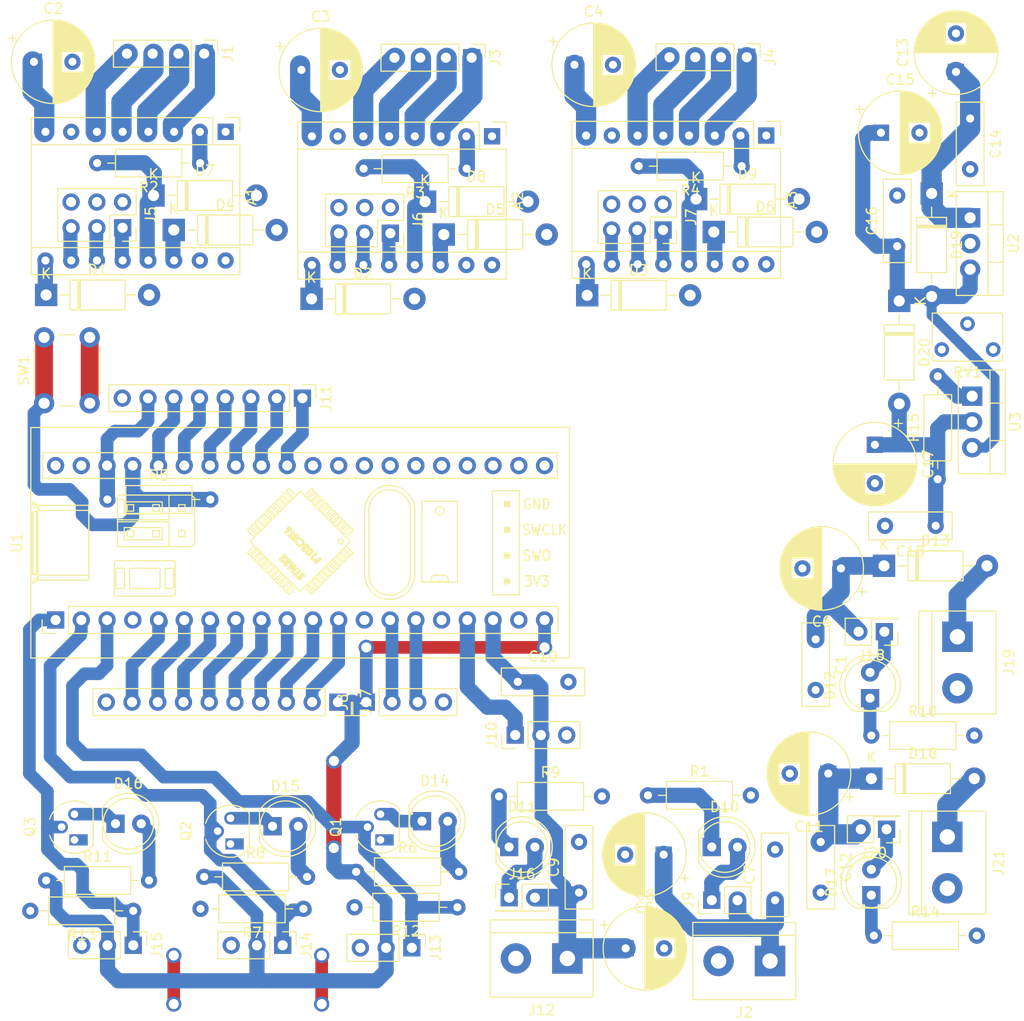
<source format=kicad_pcb>
(kicad_pcb (version 20171130) (host pcbnew "(5.1.6)-1")
  (layers (0 F.Cu signal) (31 B.Cu signal) (34 B.Paste user) (35 F.Paste user) (36 B.SilkS user) (37 F.SilkS user) (38 B.Mask user) (39 F.Mask user) (44 Edge.Cuts user))
  (net 0 "")
  (net 1 DirX)
  (net 2 VCC)
  (net 3 StepX)
  (net 4 GNDREF)
  (net 5 "Net-(A1-Pad14)")
  (net 6 "Net-(A1-Pad6)")
  (net 7 "Net-(A1-Pad13)")
  (net 8 "Net-(A1-Pad5)")
  (net 9 "Net-(A1-Pad12)")
  (net 10 "Net-(A1-Pad4)")
  (net 11 "Net-(A1-Pad11)")
  (net 12 "Net-(A1-Pad3)")
  (net 13 "Net-(A1-Pad10)")
  (net 14 +3V3)
  (net 15 "Net-(A1-Pad9)")
  (net 16 "Net-(A2-Pad9)")
  (net 17 "Net-(A2-Pad10)")
  (net 18 "Net-(A2-Pad3)")
  (net 19 "Net-(A2-Pad11)")
  (net 20 "Net-(A2-Pad4)")
  (net 21 "Net-(A2-Pad12)")
  (net 22 "Net-(A2-Pad5)")
  (net 23 "Net-(A2-Pad13)")
  (net 24 "Net-(A2-Pad6)")
  (net 25 "Net-(A2-Pad14)")
  (net 26 StepY)
  (net 27 DirY)
  (net 28 "Net-(A3-Pad9)")
  (net 29 "Net-(A3-Pad10)")
  (net 30 "Net-(A3-Pad3)")
  (net 31 "Net-(A3-Pad11)")
  (net 32 "Net-(A3-Pad4)")
  (net 33 "Net-(A3-Pad12)")
  (net 34 "Net-(A3-Pad5)")
  (net 35 "Net-(A3-Pad13)")
  (net 36 "Net-(A3-Pad6)")
  (net 37 "Net-(A3-Pad14)")
  (net 38 StepZ)
  (net 39 DirZ)
  (net 40 +BATT)
  (net 41 +5V)
  (net 42 EnableMotor)
  (net 43 SleepMotor)
  (net 44 ResetMotor)
  (net 45 "Net-(D10-Pad2)")
  (net 46 "Net-(D10-Pad1)")
  (net 47 "Net-(D11-Pad2)")
  (net 48 "Net-(D11-Pad1)")
  (net 49 "Net-(D12-Pad2)")
  (net 50 "Net-(D12-Pad1)")
  (net 51 "Net-(D13-Pad2)")
  (net 52 "Net-(D14-Pad1)")
  (net 53 "Net-(D14-Pad2)")
  (net 54 "Net-(D15-Pad1)")
  (net 55 "Net-(D15-Pad2)")
  (net 56 "Net-(D16-Pad1)")
  (net 57 "Net-(D16-Pad2)")
  (net 58 "Net-(J8-Pad2)")
  (net 59 "Net-(J8-Pad3)")
  (net 60 Gripper)
  (net 61 "Net-(J11-Pad1)")
  (net 62 "Net-(J11-Pad2)")
  (net 63 "Net-(J11-Pad3)")
  (net 64 "Net-(J11-Pad4)")
  (net 65 "Net-(J11-Pad5)")
  (net 66 "Net-(J11-Pad6)")
  (net 67 StopX)
  (net 68 StopY)
  (net 69 StopZ)
  (net 70 "Net-(J17-Pad2)")
  (net 71 "Net-(J17-Pad3)")
  (net 72 "Net-(J17-Pad4)")
  (net 73 "Net-(J17-Pad5)")
  (net 74 "Net-(J17-Pad6)")
  (net 75 "Net-(J17-Pad7)")
  (net 76 "Net-(J17-Pad8)")
  (net 77 "Net-(R5-Pad2)")
  (net 78 "Net-(U1-Pad24)")
  (net 79 "Net-(U1-Pad23)")
  (net 80 "Net-(U1-Pad22)")
  (net 81 "Net-(D17-Pad2)")
  (net 82 "Net-(D17-Pad1)")
  (net 83 "Net-(D18-Pad2)")
  (net 84 "Net-(R15-Pad2)")
  (net 85 "Net-(J17-Pad9)")
  (module Package_TO_SOT_THT:TO-92_HandSolder (layer F.Cu) (at 81.8 132.6 90)
    (fp_text reference Q2 (at 1.27 -4.4 90) (layer F.SilkS))
    (fp_text value BC558)
    (pad 1 thru_hole rect (at 0 0 90) (size 1.1 1.8) (drill 0.75 (offset 0 0.4)) (layers *.Cu *.Mask) (net 4 GNDREF))
    (pad 3 thru_hole roundrect (at 2.54 0 90) (size 1.1 1.8) (drill 0.75 (offset 0 0.4)) (layers *.Cu *.Mask) (net 54 "Net-(D15-Pad1)"))
    (pad 2 thru_hole roundrect (at 1.27 -1.27 90) (size 1.1 1.8) (drill 0.75 (offset 0 -0.4)) (layers *.Cu *.Mask) (net 68 StopY))
  )
  (module Potentiometer_THT:Potentiometer_Bourns_3266W_Vertical (layer F.Cu) (at 152 83.8 180)
    (fp_text reference RV1 (at -2.54 -2.27) (layer F.SilkS))
    (fp_text value 1K)
    (pad 3 thru_hole circle (at -5.08 0 180) (size 1.44 1.44) (drill 0.8) (layers *.Cu *.Mask) (net 4 GNDREF))
    (pad 2 thru_hole circle (at -2.54 2.54 180) (size 1.44 1.44) (drill 0.8) (layers *.Cu *.Mask) (net 4 GNDREF))
    (pad 1 thru_hole circle (at 0 0 180) (size 1.44 1.44) (drill 0.8) (layers *.Cu *.Mask) (net 84 "Net-(R15-Pad2)"))
  )
  (module TerminalBlock:TerminalBlock_bornier-2_P5.08mm (layer F.Cu) (at 153.55 112.15 270)
    (fp_text reference J19 (at 2.54 -5.08 90) (layer F.SilkS))
    (fp_text value Vbat)
    (pad 2 thru_hole circle (at 5.08 0 270) (size 3 3) (drill 1.52) (layers *.Cu *.Mask) (net 4 GNDREF))
    (pad 1 thru_hole rect (at 0 0 270) (size 3 3) (drill 1.52) (layers *.Cu *.Mask) (net 51 "Net-(D13-Pad2)"))
  )
  (module Connector_PinHeader_2.54mm:PinHeader_2x01_P2.54mm_Vertical (layer F.Cu) (at 146.34 111.65 180)
    (fp_text reference J18 (at 1.27 -2.33) (layer F.SilkS))
    (fp_text value jumperLedVbat)
    (pad 2 thru_hole oval (at 2.54 0 180) (size 1.7 1.7) (drill 1) (layers *.Cu *.Mask) (net 40 +BATT))
    (pad 1 thru_hole rect (at 0 0 180) (size 1.7 1.7) (drill 1) (layers *.Cu *.Mask) (net 49 "Net-(D12-Pad2)"))
  )
  (module Resistor_THT:R_Axial_DIN0207_L6.3mm_D2.5mm_P10.16mm_Horizontal (layer F.Cu) (at 145.05 121.9)
    (fp_text reference R10 (at 5.08 -2.37) (layer F.SilkS))
    (fp_text value 220)
    (pad 2 thru_hole oval (at 10.16 0) (size 1.6 1.6) (drill 0.8) (layers *.Cu *.Mask) (net 4 GNDREF))
    (pad 1 thru_hole circle (at 0 0) (size 1.6 1.6) (drill 0.8) (layers *.Cu *.Mask) (net 50 "Net-(D12-Pad1)"))
  )
  (module LED_THT:LED_D5.0mm (layer F.Cu) (at 144.922 118.2122 90)
    (fp_text reference D12 (at 1.27 -3.96 90) (layer F.SilkS))
    (fp_text value LED_Vbat)
    (pad 2 thru_hole circle (at 2.54 0 90) (size 1.8 1.8) (drill 0.9) (layers *.Cu *.Mask) (net 49 "Net-(D12-Pad2)"))
    (pad 1 thru_hole rect (at 0 0 90) (size 1.8 1.8) (drill 0.9) (layers *.Cu *.Mask) (net 50 "Net-(D12-Pad1)"))
  )
  (module Diode_THT:D_DO-41_SOD81_P10.16mm_Horizontal (layer F.Cu) (at 146.3 105.15)
    (fp_text reference D13 (at 5.08 -2.47) (layer F.SilkS))
    (fp_text value 1N4007)
    (fp_text user K (at 0 -2.1) (layer F.SilkS))
    (pad 2 thru_hole oval (at 10.16 0) (size 2.2 2.2) (drill 1.1) (layers *.Cu *.Mask) (net 51 "Net-(D13-Pad2)"))
    (pad 1 thru_hole rect (at 0 0) (size 2.2 2.2) (drill 1.1) (layers *.Cu *.Mask) (net 40 +BATT))
  )
  (module Capacitor_THT:CP_Radial_D8.0mm_P3.80mm (layer F.Cu) (at 142.05 105.4 180)
    (fp_text reference C6 (at 1.9 -5.25) (layer F.SilkS))
    (fp_text value 470uF)
    (pad 2 thru_hole circle (at 3.8 0 180) (size 1.6 1.6) (drill 0.8) (layers *.Cu *.Mask) (net 4 GNDREF))
    (pad 1 thru_hole rect (at 0 0 180) (size 1.6 1.6) (drill 0.8) (layers *.Cu *.Mask) (net 40 +BATT))
  )
  (module Capacitor_THT:C_Disc_D8.0mm_W2.5mm_P5.00mm (layer F.Cu) (at 139.55 112.4 270)
    (fp_text reference C1 (at 2.5 -2.5 90) (layer F.SilkS))
    (fp_text value 103)
    (pad 2 thru_hole circle (at 5 0 270) (size 1.6 1.6) (drill 0.8) (layers *.Cu *.Mask) (net 4 GNDREF))
    (pad 1 thru_hole circle (at 0 0 270) (size 1.6 1.6) (drill 0.8) (layers *.Cu *.Mask) (net 40 +BATT))
  )
  (module Diode_THT:D_DO-41_SOD81_P10.16mm_Horizontal (layer F.Cu) (at 145.05 126.15)
    (fp_text reference D18 (at 5.08 -2.47) (layer F.SilkS))
    (fp_text value 1N4007)
    (fp_text user K (at 0 -2.1) (layer F.SilkS))
    (pad 2 thru_hole oval (at 10.16 0) (size 2.2 2.2) (drill 1.1) (layers *.Cu *.Mask) (net 83 "Net-(D18-Pad2)"))
    (pad 1 thru_hole rect (at 0 0) (size 2.2 2.2) (drill 1.1) (layers *.Cu *.Mask) (net 2 VCC))
  )
  (module Capacitor_THT:C_Disc_D8.0mm_W2.5mm_P5.00mm (layer F.Cu) (at 140.05 132.4 270)
    (fp_text reference C12 (at 2.5 -2.5 90) (layer F.SilkS))
    (fp_text value 103)
    (pad 2 thru_hole circle (at 5 0 270) (size 1.6 1.6) (drill 0.8) (layers *.Cu *.Mask) (net 4 GNDREF))
    (pad 1 thru_hole circle (at 0 0 270) (size 1.6 1.6) (drill 0.8) (layers *.Cu *.Mask) (net 2 VCC))
  )
  (module Resistor_THT:R_Axial_DIN0207_L6.3mm_D2.5mm_P10.16mm_Horizontal (layer F.Cu) (at 145.3 141.65)
    (fp_text reference R14 (at 5.08 -2.37) (layer F.SilkS))
    (fp_text value 220)
    (pad 2 thru_hole oval (at 10.16 0) (size 1.6 1.6) (drill 0.8) (layers *.Cu *.Mask) (net 4 GNDREF))
    (pad 1 thru_hole circle (at 0 0) (size 1.6 1.6) (drill 0.8) (layers *.Cu *.Mask) (net 82 "Net-(D17-Pad1)"))
  )
  (module Capacitor_THT:CP_Radial_D8.0mm_P3.80mm (layer F.Cu) (at 140.8 125.65 180)
    (fp_text reference C11 (at 1.9 -5.25) (layer F.SilkS))
    (fp_text value 470uF)
    (pad 2 thru_hole circle (at 3.8 0 180) (size 1.6 1.6) (drill 0.8) (layers *.Cu *.Mask) (net 4 GNDREF))
    (pad 1 thru_hole rect (at 0 0 180) (size 1.6 1.6) (drill 0.8) (layers *.Cu *.Mask) (net 2 VCC))
  )
  (module LED_THT:LED_D5.0mm (layer F.Cu) (at 145.05 137.65 90)
    (fp_text reference D17 (at 1.27 -3.96 90) (layer F.SilkS))
    (fp_text value LED_Vcc)
    (pad 2 thru_hole circle (at 2.54 0 90) (size 1.8 1.8) (drill 0.9) (layers *.Cu *.Mask) (net 81 "Net-(D17-Pad2)"))
    (pad 1 thru_hole rect (at 0 0 90) (size 1.8 1.8) (drill 0.9) (layers *.Cu *.Mask) (net 82 "Net-(D17-Pad1)"))
  )
  (module Connector_PinHeader_2.54mm:PinHeader_2x01_P2.54mm_Vertical (layer F.Cu) (at 146.55 131.15 180)
    (fp_text reference J20 (at 1.27 -2.33) (layer F.SilkS))
    (fp_text value jumperLedVcc)
    (pad 2 thru_hole oval (at 2.54 0 180) (size 1.7 1.7) (drill 1) (layers *.Cu *.Mask) (net 2 VCC))
    (pad 1 thru_hole rect (at 0 0 180) (size 1.7 1.7) (drill 1) (layers *.Cu *.Mask) (net 81 "Net-(D17-Pad2)"))
  )
  (module TerminalBlock:TerminalBlock_bornier-2_P5.08mm (layer F.Cu) (at 152.55 131.9 270)
    (fp_text reference J21 (at 2.54 -5.08 90) (layer F.SilkS))
    (fp_text value Vcc)
    (pad 2 thru_hole circle (at 5.08 0 270) (size 3 3) (drill 1.52) (layers *.Cu *.Mask) (net 4 GNDREF))
    (pad 1 thru_hole rect (at 0 0 270) (size 3 3) (drill 1.52) (layers *.Cu *.Mask) (net 83 "Net-(D18-Pad2)"))
  )
  (module Diode_THT:D_DO-41_SOD81_P10.16mm_Horizontal (layer F.Cu) (at 117 78.45)
    (fp_text reference D3 (at 5.08 -2.47) (layer F.SilkS))
    (fp_text value 1N4007)
    (fp_text user K (at 0 -2.1) (layer F.SilkS))
    (pad 2 thru_hole oval (at 10.16 0) (size 2.2 2.2) (drill 1.1) (layers *.Cu *.Mask) (net 42 EnableMotor))
    (pad 1 thru_hole rect (at 0 0) (size 2.2 2.2) (drill 1.1) (layers *.Cu *.Mask) (net 28 "Net-(A3-Pad9)"))
  )
  (module Package_TO_SOT_THT:TO-220-3_Vertical (layer F.Cu) (at 155 88.4 270)
    (fp_text reference U3 (at 2.54 -4.27 90) (layer F.SilkS))
    (fp_text value LM317_TO-220)
    (pad 3 thru_hole oval (at 5.08 0 270) (size 1.905 2) (drill 1.1) (layers *.Cu *.Mask) (net 41 +5V))
    (pad 2 thru_hole oval (at 2.54 0 270) (size 1.905 2) (drill 1.1) (layers *.Cu *.Mask) (net 14 +3V3))
    (pad 1 thru_hole rect (at 0 0 270) (size 1.905 2) (drill 1.1) (layers *.Cu *.Mask) (net 84 "Net-(R15-Pad2)"))
  )
  (module Package_TO_SOT_THT:TO-220-3_Vertical (layer F.Cu) (at 154.8 70.8 270)
    (fp_text reference U2 (at 2.54 -4.27 90) (layer F.SilkS))
    (fp_text value LM7805_TO220)
    (pad 3 thru_hole oval (at 5.08 0 270) (size 1.905 2) (drill 1.1) (layers *.Cu *.Mask) (net 41 +5V))
    (pad 2 thru_hole oval (at 2.54 0 270) (size 1.905 2) (drill 1.1) (layers *.Cu *.Mask) (net 4 GNDREF))
    (pad 1 thru_hole rect (at 0 0 270) (size 1.905 2) (drill 1.1) (layers *.Cu *.Mask) (net 2 VCC))
  )
  (module Resistor_THT:R_Axial_DIN0207_L6.3mm_D2.5mm_P10.16mm_Horizontal (layer F.Cu) (at 151.6 96.6 90)
    (fp_text reference R15 (at 5.08 -2.37 90) (layer F.SilkS))
    (fp_text value 330)
    (pad 2 thru_hole oval (at 10.16 0 90) (size 1.6 1.6) (drill 0.8) (layers *.Cu *.Mask) (net 84 "Net-(R15-Pad2)"))
    (pad 1 thru_hole circle (at 0 0 90) (size 1.6 1.6) (drill 0.8) (layers *.Cu *.Mask) (net 14 +3V3))
  )
  (module Diode_THT:D_DO-41_SOD81_P10.16mm_Horizontal (layer F.Cu) (at 147.8 79 270)
    (fp_text reference D20 (at 5.08 -2.47 90) (layer F.SilkS))
    (fp_text value 1N4007)
    (fp_text user K (at 0 -2.1 90) (layer F.SilkS))
    (pad 2 thru_hole oval (at 10.16 0 270) (size 2.2 2.2) (drill 1.1) (layers *.Cu *.Mask) (net 14 +3V3))
    (pad 1 thru_hole rect (at 0 0 270) (size 2.2 2.2) (drill 1.1) (layers *.Cu *.Mask) (net 41 +5V))
  )
  (module Diode_THT:D_DO-41_SOD81_P10.16mm_Horizontal (layer F.Cu) (at 151 68.4 270)
    (fp_text reference D19 (at 5.08 -2.47 90) (layer F.SilkS))
    (fp_text value 1N4007)
    (fp_text user K (at 0 -2.1 90) (layer F.SilkS))
    (pad 2 thru_hole oval (at 10.16 0 270) (size 2.2 2.2) (drill 1.1) (layers *.Cu *.Mask) (net 41 +5V))
    (pad 1 thru_hole rect (at 0 0 270) (size 2.2 2.2) (drill 1.1) (layers *.Cu *.Mask) (net 2 VCC))
  )
  (module Capacitor_THT:C_Disc_D8.0mm_W2.5mm_P5.00mm (layer F.Cu) (at 151.4 101.2 180)
    (fp_text reference C18 (at 2.5 -2.5) (layer F.SilkS))
    (fp_text value 103)
    (pad 2 thru_hole circle (at 5 0 180) (size 1.6 1.6) (drill 0.8) (layers *.Cu *.Mask) (net 4 GNDREF))
    (pad 1 thru_hole circle (at 0 0 180) (size 1.6 1.6) (drill 0.8) (layers *.Cu *.Mask) (net 14 +3V3))
  )
  (module Capacitor_THT:CP_Radial_D8.0mm_P3.80mm (layer F.Cu) (at 145.4 93.2 270)
    (fp_text reference C17 (at 1.9 -5.25 90) (layer F.SilkS))
    (fp_text value 100uF)
    (pad 2 thru_hole circle (at 3.8 0 270) (size 1.6 1.6) (drill 0.8) (layers *.Cu *.Mask) (net 4 GNDREF))
    (pad 1 thru_hole rect (at 0 0 270) (size 1.6 1.6) (drill 0.8) (layers *.Cu *.Mask) (net 14 +3V3))
  )
  (module Capacitor_THT:C_Disc_D8.0mm_W2.5mm_P5.00mm (layer F.Cu) (at 147.6 73.6 90)
    (fp_text reference C16 (at 2.5 -2.5 90) (layer F.SilkS))
    (fp_text value 104)
    (pad 2 thru_hole circle (at 5 0 90) (size 1.6 1.6) (drill 0.8) (layers *.Cu *.Mask) (net 4 GNDREF))
    (pad 1 thru_hole circle (at 0 0 90) (size 1.6 1.6) (drill 0.8) (layers *.Cu *.Mask) (net 41 +5V))
  )
  (module Capacitor_THT:CP_Radial_D8.0mm_P3.80mm (layer F.Cu) (at 146 62.4)
    (fp_text reference C15 (at 1.9 -5.25) (layer F.SilkS))
    (fp_text value 220uF)
    (pad 2 thru_hole circle (at 3.8 0) (size 1.6 1.6) (drill 0.8) (layers *.Cu *.Mask) (net 4 GNDREF))
    (pad 1 thru_hole rect (at 0 0) (size 1.6 1.6) (drill 0.8) (layers *.Cu *.Mask) (net 41 +5V))
  )
  (module Capacitor_THT:C_Disc_D8.0mm_W2.5mm_P5.00mm (layer F.Cu) (at 154.8 61 270)
    (fp_text reference C14 (at 2.5 -2.5 90) (layer F.SilkS))
    (fp_text value 103)
    (pad 2 thru_hole circle (at 5 0 270) (size 1.6 1.6) (drill 0.8) (layers *.Cu *.Mask) (net 4 GNDREF))
    (pad 1 thru_hole circle (at 0 0 270) (size 1.6 1.6) (drill 0.8) (layers *.Cu *.Mask) (net 2 VCC))
  )
  (module Capacitor_THT:CP_Radial_D8.0mm_P3.80mm (layer F.Cu) (at 153.4 56.4 90)
    (fp_text reference C13 (at 1.9 -5.25 90) (layer F.SilkS))
    (fp_text value 470uF)
    (pad 2 thru_hole circle (at 3.8 0 90) (size 1.6 1.6) (drill 0.8) (layers *.Cu *.Mask) (net 4 GNDREF))
    (pad 1 thru_hole rect (at 0 0 90) (size 1.6 1.6) (drill 0.8) (layers *.Cu *.Mask) (net 2 VCC))
  )
  (module bluepill:YAAJ_BluePill_1 (layer F.Cu) (at 64.536601 110.493199 90)
    (fp_text reference U1 (at 7.62 -3.81 90) (layer F.SilkS))
    (fp_text value YAAJ_BluePill hide)
    (fp_text user GND (at 11.43 47.498 unlocked) (layer F.SilkS) (effects (font (size 1 0.9))))
    (fp_text user SWCLK (at 8.89 48.26 unlocked) (layer F.SilkS) (effects (font (size 1 0.9))))
    (fp_text user SWO (at 6.35 47.498 unlocked) (layer F.SilkS) (effects (font (size 1 0.9))))
    (fp_text user 3V3 (at 3.81 47.498 unlocked) (layer F.SilkS) (effects (font (size 1 0.9))))
    (pad 20 thru_hole circle (at 0 48.26 90) (size 1.7 1.7) (drill 1) (layers *.Cu *.Mask) (net 14 +3V3))
    (pad 21 thru_hole circle (at 15.24 48.26 90) (size 1.7 1.7) (drill 1) (layers *.Cu *.Mask) (net 40 +BATT))
    (pad 19 thru_hole circle (at 0 45.72 90) (size 1.7 1.7) (drill 1) (layers *.Cu *.Mask) (net 4 GNDREF))
    (pad 22 thru_hole circle (at 15.24 45.72 90) (size 1.7 1.7) (drill 1) (layers *.Cu *.Mask) (net 80 "Net-(U1-Pad22)"))
    (pad 18 thru_hole circle (at 0 43.18 90) (size 1.7 1.7) (drill 1) (layers *.Cu *.Mask) (net 41 +5V))
    (pad 23 thru_hole circle (at 15.24 43.18 90) (size 1.7 1.7) (drill 1) (layers *.Cu *.Mask) (net 79 "Net-(U1-Pad23)"))
    (pad 17 thru_hole circle (at 0 40.64 90) (size 1.7 1.7) (drill 1) (layers *.Cu *.Mask) (net 60 Gripper))
    (pad 24 thru_hole circle (at 15.24 40.64 90) (size 1.7 1.7) (drill 1) (layers *.Cu *.Mask) (net 78 "Net-(U1-Pad24)"))
    (pad 16 thru_hole circle (at 0 38.1 90) (size 1.7 1.7) (drill 1) (layers *.Cu *.Mask) (net 42 EnableMotor))
    (pad 25 thru_hole circle (at 15.24 38.1 90) (size 1.7 1.7) (drill 1) (layers *.Cu *.Mask) (net 3 StepX))
    (pad 15 thru_hole circle (at 0 35.56 90) (size 1.7 1.7) (drill 1) (layers *.Cu *.Mask) (net 59 "Net-(J8-Pad3)"))
    (pad 26 thru_hole circle (at 15.24 35.56 90) (size 1.7 1.7) (drill 1) (layers *.Cu *.Mask) (net 26 StepY))
    (pad 14 thru_hole circle (at 0 33.02 90) (size 1.7 1.7) (drill 1) (layers *.Cu *.Mask) (net 58 "Net-(J8-Pad2)"))
    (pad 27 thru_hole circle (at 15.24 33.02 90) (size 1.7 1.7) (drill 1) (layers *.Cu *.Mask) (net 38 StepZ))
    (pad 13 thru_hole circle (at 0 30.48 90) (size 1.7 1.7) (drill 1) (layers *.Cu *.Mask) (net 43 SleepMotor))
    (pad 28 thru_hole circle (at 15.24 30.48 90) (size 1.7 1.7) (drill 1) (layers *.Cu *.Mask) (net 1 DirX))
    (pad 12 thru_hole circle (at 0 27.94 90) (size 1.7 1.7) (drill 1) (layers *.Cu *.Mask) (net 70 "Net-(J17-Pad2)"))
    (pad 29 thru_hole circle (at 15.24 27.94 90) (size 1.7 1.7) (drill 1) (layers *.Cu *.Mask) (net 27 DirY))
    (pad 11 thru_hole circle (at 0 25.4 90) (size 1.7 1.7) (drill 1) (layers *.Cu *.Mask) (net 71 "Net-(J17-Pad3)"))
    (pad 30 thru_hole circle (at 15.24 25.4 90) (size 1.7 1.7) (drill 1) (layers *.Cu *.Mask) (net 39 DirZ))
    (pad 10 thru_hole circle (at 0 22.86 90) (size 1.7 1.7) (drill 1) (layers *.Cu *.Mask) (net 72 "Net-(J17-Pad4)"))
    (pad 31 thru_hole circle (at 15.24 22.86 90) (size 1.7 1.7) (drill 1) (layers *.Cu *.Mask) (net 61 "Net-(J11-Pad1)"))
    (pad 9 thru_hole circle (at 0 20.32 90) (size 1.7 1.7) (drill 1) (layers *.Cu *.Mask) (net 73 "Net-(J17-Pad5)"))
    (pad 32 thru_hole circle (at 15.24 20.32 90) (size 1.7 1.7) (drill 1) (layers *.Cu *.Mask) (net 62 "Net-(J11-Pad2)"))
    (pad 8 thru_hole circle (at 0 17.78 90) (size 1.7 1.7) (drill 1) (layers *.Cu *.Mask) (net 74 "Net-(J17-Pad6)"))
    (pad 33 thru_hole circle (at 15.24 17.78 90) (size 1.7 1.7) (drill 1) (layers *.Cu *.Mask) (net 63 "Net-(J11-Pad3)"))
    (pad 7 thru_hole circle (at 0 15.24 90) (size 1.7 1.7) (drill 1) (layers *.Cu *.Mask) (net 75 "Net-(J17-Pad7)"))
    (pad 34 thru_hole circle (at 15.24 15.24 90) (size 1.7 1.7) (drill 1) (layers *.Cu *.Mask) (net 64 "Net-(J11-Pad4)"))
    (pad 6 thru_hole circle (at 0 12.7 90) (size 1.7 1.7) (drill 1) (layers *.Cu *.Mask) (net 76 "Net-(J17-Pad8)"))
    (pad 35 thru_hole circle (at 15.24 12.7 90) (size 1.7 1.7) (drill 1) (layers *.Cu *.Mask) (net 65 "Net-(J11-Pad5)"))
    (pad 5 thru_hole circle (at 0 10.16 90) (size 1.7 1.7) (drill 1) (layers *.Cu *.Mask) (net 85 "Net-(J17-Pad9)"))
    (pad 36 thru_hole circle (at 15.24 10.16 90) (size 1.7 1.7) (drill 1) (layers *.Cu *.Mask) (net 66 "Net-(J11-Pad6)"))
    (pad 4 thru_hole circle (at 0 7.62 90) (size 1.7 1.7) (drill 1) (layers *.Cu *.Mask) (net 44 ResetMotor))
    (pad 37 thru_hole circle (at 15.24 7.62 90) (size 1.7 1.7) (drill 1) (layers *.Cu *.Mask) (net 77 "Net-(R5-Pad2)"))
    (pad 3 thru_hole circle (at 0 5.08 90) (size 1.7 1.7) (drill 1) (layers *.Cu *.Mask) (net 67 StopX))
    (pad 38 thru_hole circle (at 15.24 5.08 90) (size 1.7 1.7) (drill 1) (layers *.Cu *.Mask) (net 14 +3V3))
    (pad 2 thru_hole circle (at 0 2.54 90) (size 1.7 1.7) (drill 1) (layers *.Cu *.Mask) (net 68 StopY))
    (pad 39 thru_hole circle (at 15.24 2.54 90) (size 1.7 1.7) (drill 1) (layers *.Cu *.Mask) (net 4 GNDREF))
    (pad 1 thru_hole rect (at 0 0 90) (size 1.7 1.7) (drill 1) (layers *.Cu *.Mask) (net 69 StopZ))
    (pad 40 thru_hole circle (at 15.24 0 90) (size 1.7 1.7) (drill 1) (layers *.Cu *.Mask) (net 4 GNDREF))
  )
  (module Resistor_THT:R_Axial_DIN0207_L6.3mm_D2.5mm_P10.16mm_Horizontal (layer F.Cu) (at 79.2 135.85)
    (fp_text reference R8 (at 5.08 -2.37) (layer F.SilkS))
    (fp_text value 220)
    (pad 2 thru_hole oval (at 10.16 0) (size 1.6 1.6) (drill 0.8) (layers *.Cu *.Mask) (net 55 "Net-(D15-Pad2)"))
    (pad 1 thru_hole circle (at 0 0) (size 1.6 1.6) (drill 0.8) (layers *.Cu *.Mask) (net 14 +3V3))
  )
  (module Resistor_THT:R_Axial_DIN0207_L6.3mm_D2.5mm_P10.16mm_Horizontal (layer F.Cu) (at 89 139 180)
    (fp_text reference R7 (at 5.08 -2.37) (layer F.SilkS))
    (fp_text value 10k)
    (pad 2 thru_hole oval (at 10.16 0 180) (size 1.6 1.6) (drill 0.8) (layers *.Cu *.Mask) (net 4 GNDREF))
    (pad 1 thru_hole circle (at 0 0 180) (size 1.6 1.6) (drill 0.8) (layers *.Cu *.Mask) (net 68 StopY))
  )
  (module Connector_PinHeader_2.54mm:PinHeader_1x03_P2.54mm_Vertical (layer F.Cu) (at 86.95 142.6 270)
    (fp_text reference J14 (at 0 -2.33 90) (layer F.SilkS))
    (fp_text value End-Stop-Y)
    (pad 3 thru_hole oval (at 0 5.08 270) (size 1.7 1.7) (drill 1) (layers *.Cu *.Mask) (net 4 GNDREF))
    (pad 2 thru_hole oval (at 0 2.54 270) (size 1.7 1.7) (drill 1) (layers *.Cu *.Mask) (net 14 +3V3))
    (pad 1 thru_hole rect (at 0 0 270) (size 1.7 1.7) (drill 1) (layers *.Cu *.Mask) (net 68 StopY))
  )
  (module LED_THT:LED_D5.0mm (layer F.Cu) (at 85.95 130.85)
    (fp_text reference D15 (at 1.27 -3.96) (layer F.SilkS))
    (fp_text value LED)
    (pad 2 thru_hole circle (at 2.54 0) (size 1.8 1.8) (drill 0.9) (layers *.Cu *.Mask) (net 55 "Net-(D15-Pad2)"))
    (pad 1 thru_hole rect (at 0 0) (size 1.8 1.8) (drill 0.9) (layers *.Cu *.Mask) (net 54 "Net-(D15-Pad1)"))
  )
  (module Package_TO_SOT_THT:TO-92_HandSolder (layer F.Cu) (at 66.4 132.2 90)
    (fp_text reference Q3 (at 1.27 -4.4 90) (layer F.SilkS))
    (fp_text value BC558)
    (pad 1 thru_hole rect (at 0 0 90) (size 1.1 1.8) (drill 0.75 (offset 0 0.4)) (layers *.Cu *.Mask) (net 4 GNDREF))
    (pad 3 thru_hole roundrect (at 2.54 0 90) (size 1.1 1.8) (drill 0.75 (offset 0 0.4)) (layers *.Cu *.Mask) (net 56 "Net-(D16-Pad1)"))
    (pad 2 thru_hole roundrect (at 1.27 -1.27 90) (size 1.1 1.8) (drill 0.75 (offset 0 -0.4)) (layers *.Cu *.Mask) (net 69 StopZ))
  )
  (module Package_TO_SOT_THT:TO-92_HandSolder (layer F.Cu) (at 96.6 132.2 90)
    (fp_text reference Q1 (at 1.27 -4.4 90) (layer F.SilkS))
    (fp_text value BC558)
    (pad 1 thru_hole rect (at 0 0 90) (size 1.1 1.8) (drill 0.75 (offset 0 0.4)) (layers *.Cu *.Mask) (net 4 GNDREF))
    (pad 3 thru_hole roundrect (at 2.54 0 90) (size 1.1 1.8) (drill 0.75 (offset 0 0.4)) (layers *.Cu *.Mask) (net 52 "Net-(D14-Pad1)"))
    (pad 2 thru_hole roundrect (at 1.27 -1.27 90) (size 1.1 1.8) (drill 0.75 (offset 0 -0.4)) (layers *.Cu *.Mask) (net 67 StopX))
  )
  (module Button_Switch_THT:SW_PUSH_6mm_H5mm (layer F.Cu) (at 63.4 89.1 90)
    (fp_text reference SW1 (at 3.25 -2 90) (layer F.SilkS))
    (fp_text value SW_Push)
    (pad 1 thru_hole circle (at 6.5 0 180) (size 2 2) (drill 1.1) (layers *.Cu *.Mask) (net 77 "Net-(R5-Pad2)"))
    (pad 2 thru_hole circle (at 6.5 4.5 180) (size 2 2) (drill 1.1) (layers *.Cu *.Mask) (net 4 GNDREF))
    (pad 1 thru_hole circle (at 0 0 180) (size 2 2) (drill 1.1) (layers *.Cu *.Mask) (net 77 "Net-(R5-Pad2)"))
    (pad 2 thru_hole circle (at 0 4.5 180) (size 2 2) (drill 1.1) (layers *.Cu *.Mask) (net 4 GNDREF))
  )
  (module Resistor_THT:R_Axial_DIN0207_L6.3mm_D2.5mm_P10.16mm_Horizontal (layer F.Cu) (at 72.2 139.2 180)
    (fp_text reference R13 (at 5.08 -2.37) (layer F.SilkS))
    (fp_text value 10k)
    (pad 2 thru_hole oval (at 10.16 0 180) (size 1.6 1.6) (drill 0.8) (layers *.Cu *.Mask) (net 4 GNDREF))
    (pad 1 thru_hole circle (at 0 0 180) (size 1.6 1.6) (drill 0.8) (layers *.Cu *.Mask) (net 69 StopZ))
  )
  (module Resistor_THT:R_Axial_DIN0207_L6.3mm_D2.5mm_P10.16mm_Horizontal (layer F.Cu) (at 104.2 138.85 180)
    (fp_text reference R12 (at 5.08 -2.37) (layer F.SilkS))
    (fp_text value 10k)
    (pad 2 thru_hole oval (at 10.16 0 180) (size 1.6 1.6) (drill 0.8) (layers *.Cu *.Mask) (net 4 GNDREF))
    (pad 1 thru_hole circle (at 0 0 180) (size 1.6 1.6) (drill 0.8) (layers *.Cu *.Mask) (net 67 StopX))
  )
  (module Resistor_THT:R_Axial_DIN0207_L6.3mm_D2.5mm_P10.16mm_Horizontal (layer F.Cu) (at 63.6 136.2)
    (fp_text reference R11 (at 5.08 -2.37) (layer F.SilkS))
    (fp_text value 220)
    (pad 2 thru_hole oval (at 10.16 0) (size 1.6 1.6) (drill 0.8) (layers *.Cu *.Mask) (net 57 "Net-(D16-Pad2)"))
    (pad 1 thru_hole circle (at 0 0) (size 1.6 1.6) (drill 0.8) (layers *.Cu *.Mask) (net 14 +3V3))
  )
  (module Resistor_THT:R_Axial_DIN0207_L6.3mm_D2.5mm_P10.16mm_Horizontal (layer F.Cu) (at 108.3 127.9)
    (fp_text reference R9 (at 5.08 -2.37) (layer F.SilkS))
    (fp_text value 220)
    (pad 2 thru_hole oval (at 10.16 0) (size 1.6 1.6) (drill 0.8) (layers *.Cu *.Mask) (net 4 GNDREF))
    (pad 1 thru_hole circle (at 0 0) (size 1.6 1.6) (drill 0.8) (layers *.Cu *.Mask) (net 48 "Net-(D11-Pad1)"))
  )
  (module Resistor_THT:R_Axial_DIN0207_L6.3mm_D2.5mm_P10.16mm_Horizontal (layer F.Cu) (at 94.2 135.35)
    (fp_text reference R6 (at 5.08 -2.37) (layer F.SilkS))
    (fp_text value 220)
    (pad 2 thru_hole oval (at 10.16 0) (size 1.6 1.6) (drill 0.8) (layers *.Cu *.Mask) (net 53 "Net-(D14-Pad2)"))
    (pad 1 thru_hole circle (at 0 0) (size 1.6 1.6) (drill 0.8) (layers *.Cu *.Mask) (net 14 +3V3))
  )
  (module Resistor_THT:R_Axial_DIN0207_L6.3mm_D2.5mm_P10.16mm_Horizontal (layer F.Cu) (at 69.65 98.6)
    (fp_text reference R5 (at 5.08 -2.37) (layer F.SilkS))
    (fp_text value 10k)
    (pad 2 thru_hole oval (at 10.16 0) (size 1.6 1.6) (drill 0.8) (layers *.Cu *.Mask) (net 77 "Net-(R5-Pad2)"))
    (pad 1 thru_hole circle (at 0 0) (size 1.6 1.6) (drill 0.8) (layers *.Cu *.Mask) (net 14 +3V3))
  )
  (module Resistor_THT:R_Axial_DIN0207_L6.3mm_D2.5mm_P10.16mm_Horizontal (layer F.Cu) (at 132.25 65.7 180)
    (fp_text reference R4 (at 5.08 -2.37) (layer F.SilkS))
    (fp_text value 10k)
    (pad 2 thru_hole oval (at 10.16 0 180) (size 1.6 1.6) (drill 0.8) (layers *.Cu *.Mask) (net 35 "Net-(A3-Pad13)"))
    (pad 1 thru_hole circle (at 0 0 180) (size 1.6 1.6) (drill 0.8) (layers *.Cu *.Mask) (net 14 +3V3))
  )
  (module Resistor_THT:R_Axial_DIN0207_L6.3mm_D2.5mm_P10.16mm_Horizontal (layer F.Cu) (at 105.1 65.95 180)
    (fp_text reference R3 (at 5.08 -2.37) (layer F.SilkS))
    (fp_text value 10k)
    (pad 2 thru_hole oval (at 10.16 0 180) (size 1.6 1.6) (drill 0.8) (layers *.Cu *.Mask) (net 23 "Net-(A2-Pad13)"))
    (pad 1 thru_hole circle (at 0 0 180) (size 1.6 1.6) (drill 0.8) (layers *.Cu *.Mask) (net 14 +3V3))
  )
  (module Resistor_THT:R_Axial_DIN0207_L6.3mm_D2.5mm_P10.16mm_Horizontal (layer F.Cu) (at 78.8 65.4 180)
    (fp_text reference R2 (at 5.08 -2.37) (layer F.SilkS))
    (fp_text value 10k)
    (pad 2 thru_hole oval (at 10.16 0 180) (size 1.6 1.6) (drill 0.8) (layers *.Cu *.Mask) (net 7 "Net-(A1-Pad13)"))
    (pad 1 thru_hole circle (at 0 0 180) (size 1.6 1.6) (drill 0.8) (layers *.Cu *.Mask) (net 14 +3V3))
  )
  (module Resistor_THT:R_Axial_DIN0207_L6.3mm_D2.5mm_P10.16mm_Horizontal (layer F.Cu) (at 123 127.8)
    (fp_text reference R1 (at 5.08 -2.37) (layer F.SilkS))
    (fp_text value 220)
    (pad 2 thru_hole oval (at 10.16 0) (size 1.6 1.6) (drill 0.8) (layers *.Cu *.Mask) (net 4 GNDREF))
    (pad 1 thru_hole circle (at 0 0) (size 1.6 1.6) (drill 0.8) (layers *.Cu *.Mask) (net 46 "Net-(D10-Pad1)"))
  )
  (module Connector_PinSocket_2.54mm:PinSocket_1x10_P2.54mm_Vertical (layer F.Cu) (at 92.4 118.6 270)
    (fp_text reference J17 (at 0 -2.77 90) (layer F.SilkS))
    (fp_text value "Conector Auxiliar 1")
    (pad 10 thru_hole oval (at 0 22.86 270) (size 1.7 1.7) (drill 1) (layers *.Cu *.Mask) (net 4 GNDREF))
    (pad 9 thru_hole oval (at 0 20.32 270) (size 1.7 1.7) (drill 1) (layers *.Cu *.Mask) (net 85 "Net-(J17-Pad9)"))
    (pad 8 thru_hole oval (at 0 17.78 270) (size 1.7 1.7) (drill 1) (layers *.Cu *.Mask) (net 76 "Net-(J17-Pad8)"))
    (pad 7 thru_hole oval (at 0 15.24 270) (size 1.7 1.7) (drill 1) (layers *.Cu *.Mask) (net 75 "Net-(J17-Pad7)"))
    (pad 6 thru_hole oval (at 0 12.7 270) (size 1.7 1.7) (drill 1) (layers *.Cu *.Mask) (net 74 "Net-(J17-Pad6)"))
    (pad 5 thru_hole oval (at 0 10.16 270) (size 1.7 1.7) (drill 1) (layers *.Cu *.Mask) (net 73 "Net-(J17-Pad5)"))
    (pad 4 thru_hole oval (at 0 7.62 270) (size 1.7 1.7) (drill 1) (layers *.Cu *.Mask) (net 72 "Net-(J17-Pad4)"))
    (pad 3 thru_hole oval (at 0 5.08 270) (size 1.7 1.7) (drill 1) (layers *.Cu *.Mask) (net 71 "Net-(J17-Pad3)"))
    (pad 2 thru_hole oval (at 0 2.54 270) (size 1.7 1.7) (drill 1) (layers *.Cu *.Mask) (net 70 "Net-(J17-Pad2)"))
    (pad 1 thru_hole rect (at 0 0 270) (size 1.7 1.7) (drill 1) (layers *.Cu *.Mask) (net 14 +3V3))
  )
  (module Connector_PinHeader_2.54mm:PinHeader_2x01_P2.54mm_Vertical (layer F.Cu) (at 109.3 137.9)
    (fp_text reference J16 (at 1.27 -2.33) (layer F.SilkS))
    (fp_text value jumperLed5v)
    (pad 2 thru_hole oval (at 2.54 0) (size 1.7 1.7) (drill 1) (layers *.Cu *.Mask) (net 41 +5V))
    (pad 1 thru_hole rect (at 0 0) (size 1.7 1.7) (drill 1) (layers *.Cu *.Mask) (net 47 "Net-(D11-Pad2)"))
  )
  (module Connector_PinHeader_2.54mm:PinHeader_1x03_P2.54mm_Vertical (layer F.Cu) (at 72.2 142.6 270)
    (fp_text reference J15 (at 0 -2.33 90) (layer F.SilkS))
    (fp_text value End-Stop-Z)
    (pad 3 thru_hole oval (at 0 5.08 270) (size 1.7 1.7) (drill 1) (layers *.Cu *.Mask) (net 4 GNDREF))
    (pad 2 thru_hole oval (at 0 2.54 270) (size 1.7 1.7) (drill 1) (layers *.Cu *.Mask) (net 14 +3V3))
    (pad 1 thru_hole rect (at 0 0 270) (size 1.7 1.7) (drill 1) (layers *.Cu *.Mask) (net 69 StopZ))
  )
  (module Connector_PinHeader_2.54mm:PinHeader_1x03_P2.54mm_Vertical (layer F.Cu) (at 99.7 142.85 270)
    (fp_text reference J13 (at 0 -2.33 90) (layer F.SilkS))
    (fp_text value End-Stop-X)
    (pad 3 thru_hole oval (at 0 5.08 270) (size 1.7 1.7) (drill 1) (layers *.Cu *.Mask) (net 4 GNDREF))
    (pad 2 thru_hole oval (at 0 2.54 270) (size 1.7 1.7) (drill 1) (layers *.Cu *.Mask) (net 14 +3V3))
    (pad 1 thru_hole rect (at 0 0 270) (size 1.7 1.7) (drill 1) (layers *.Cu *.Mask) (net 67 StopX))
  )
  (module TerminalBlock:TerminalBlock_bornier-2_P5.08mm (layer F.Cu) (at 115.05 143.9 180)
    (fp_text reference J12 (at 2.54 -5.08) (layer F.SilkS))
    (fp_text value 5v)
    (pad 2 thru_hole circle (at 5.08 0 180) (size 3 3) (drill 1.52) (layers *.Cu *.Mask) (net 4 GNDREF))
    (pad 1 thru_hole rect (at 0 0 180) (size 3 3) (drill 1.52) (layers *.Cu *.Mask) (net 41 +5V))
  )
  (module Connector_PinHeader_2.54mm:PinHeader_1x08_P2.54mm_Vertical (layer F.Cu) (at 88.9 88.6 270)
    (fp_text reference J11 (at 0 -2.33 90) (layer F.SilkS))
    (fp_text value "Conector Auxiliar 2")
    (pad 8 thru_hole oval (at 0 17.78 270) (size 1.7 1.7) (drill 1) (layers *.Cu *.Mask) (net 4 GNDREF))
    (pad 7 thru_hole oval (at 0 15.24 270) (size 1.7 1.7) (drill 1) (layers *.Cu *.Mask) (net 14 +3V3))
    (pad 6 thru_hole oval (at 0 12.7 270) (size 1.7 1.7) (drill 1) (layers *.Cu *.Mask) (net 66 "Net-(J11-Pad6)"))
    (pad 5 thru_hole oval (at 0 10.16 270) (size 1.7 1.7) (drill 1) (layers *.Cu *.Mask) (net 65 "Net-(J11-Pad5)"))
    (pad 4 thru_hole oval (at 0 7.62 270) (size 1.7 1.7) (drill 1) (layers *.Cu *.Mask) (net 64 "Net-(J11-Pad4)"))
    (pad 3 thru_hole oval (at 0 5.08 270) (size 1.7 1.7) (drill 1) (layers *.Cu *.Mask) (net 63 "Net-(J11-Pad3)"))
    (pad 2 thru_hole oval (at 0 2.54 270) (size 1.7 1.7) (drill 1) (layers *.Cu *.Mask) (net 62 "Net-(J11-Pad2)"))
    (pad 1 thru_hole rect (at 0 0 270) (size 1.7 1.7) (drill 1) (layers *.Cu *.Mask) (net 61 "Net-(J11-Pad1)"))
  )
  (module Connector_PinHeader_2.54mm:PinHeader_1x03_P2.54mm_Vertical (layer F.Cu) (at 109.9 121.85 90)
    (fp_text reference J10 (at 0 -2.33 90) (layer F.SilkS))
    (fp_text value Gripper)
    (pad 1 thru_hole rect (at 0 0 90) (size 1.7 1.7) (drill 1) (layers *.Cu *.Mask) (net 60 Gripper))
    (pad 2 thru_hole oval (at 0 2.54 90) (size 1.7 1.7) (drill 1) (layers *.Cu *.Mask) (net 41 +5V))
    (pad 3 thru_hole oval (at 0 5.08 90) (size 1.7 1.7) (drill 1) (layers *.Cu *.Mask) (net 4 GNDREF))
  )
  (module Connector_PinHeader_2.54mm:PinHeader_1x02_P2.54mm_Vertical (layer F.Cu) (at 129.3 138.15 90)
    (fp_text reference J9 (at 0 -2.33 90) (layer F.SilkS))
    (fp_text value jumperLed3.3v)
    (pad 2 thru_hole oval (at 0 2.54 90) (size 1.7 1.7) (drill 1) (layers *.Cu *.Mask) (net 14 +3V3))
    (pad 1 thru_hole rect (at 0 0 90) (size 1.7 1.7) (drill 1) (layers *.Cu *.Mask) (net 45 "Net-(D10-Pad2)"))
  )
  (module Connector_PinHeader_2.54mm:PinHeader_1x04_P2.54mm_Vertical (layer F.Cu) (at 95.2 118.6 90)
    (fp_text reference J8 (at 0 -2.33 90) (layer F.SilkS))
    (fp_text value "Conector I2C")
    (pad 4 thru_hole oval (at 0 7.62 90) (size 1.7 1.7) (drill 1) (layers *.Cu *.Mask) (net 4 GNDREF))
    (pad 3 thru_hole oval (at 0 5.08 90) (size 1.7 1.7) (drill 1) (layers *.Cu *.Mask) (net 59 "Net-(J8-Pad3)"))
    (pad 2 thru_hole oval (at 0 2.54 90) (size 1.7 1.7) (drill 1) (layers *.Cu *.Mask) (net 58 "Net-(J8-Pad2)"))
    (pad 1 thru_hole rect (at 0 0 90) (size 1.7 1.7) (drill 1) (layers *.Cu *.Mask) (net 14 +3V3))
  )
  (module Connector_PinSocket_2.54mm:PinSocket_2x03_P2.54mm_Vertical (layer F.Cu) (at 124.4912 72.0012 270)
    (fp_text reference J7 (at -1.27 -2.77 90) (layer F.SilkS))
    (fp_text value "micro pasos Z")
    (pad 6 thru_hole oval (at -2.54 5.08 270) (size 1.7 1.7) (drill 1) (layers *.Cu *.Mask) (net 4 GNDREF))
    (pad 5 thru_hole oval (at 0 5.08 270) (size 1.7 1.7) (drill 1) (layers *.Cu *.Mask) (net 29 "Net-(A3-Pad10)"))
    (pad 4 thru_hole oval (at -2.54 2.54 270) (size 1.7 1.7) (drill 1) (layers *.Cu *.Mask) (net 4 GNDREF))
    (pad 3 thru_hole oval (at 0 2.54 270) (size 1.7 1.7) (drill 1) (layers *.Cu *.Mask) (net 31 "Net-(A3-Pad11)"))
    (pad 2 thru_hole oval (at -2.54 0 270) (size 1.7 1.7) (drill 1) (layers *.Cu *.Mask) (net 4 GNDREF))
    (pad 1 thru_hole rect (at 0 0 270) (size 1.7 1.7) (drill 1) (layers *.Cu *.Mask) (net 33 "Net-(A3-Pad12)"))
  )
  (module Connector_PinSocket_2.54mm:PinSocket_2x03_P2.54mm_Vertical (layer F.Cu) (at 97.5784 72.3254 270)
    (fp_text reference J6 (at -1.27 -2.77 90) (layer F.SilkS))
    (fp_text value "micro pasos Y")
    (pad 6 thru_hole oval (at -2.54 5.08 270) (size 1.7 1.7) (drill 1) (layers *.Cu *.Mask) (net 4 GNDREF))
    (pad 5 thru_hole oval (at 0 5.08 270) (size 1.7 1.7) (drill 1) (layers *.Cu *.Mask) (net 17 "Net-(A2-Pad10)"))
    (pad 4 thru_hole oval (at -2.54 2.54 270) (size 1.7 1.7) (drill 1) (layers *.Cu *.Mask) (net 4 GNDREF))
    (pad 3 thru_hole oval (at 0 2.54 270) (size 1.7 1.7) (drill 1) (layers *.Cu *.Mask) (net 19 "Net-(A2-Pad11)"))
    (pad 2 thru_hole oval (at -2.54 0 270) (size 1.7 1.7) (drill 1) (layers *.Cu *.Mask) (net 4 GNDREF))
    (pad 1 thru_hole rect (at 0 0 270) (size 1.7 1.7) (drill 1) (layers *.Cu *.Mask) (net 21 "Net-(A2-Pad12)"))
  )
  (module Connector_PinSocket_2.54mm:PinSocket_2x03_P2.54mm_Vertical (layer F.Cu) (at 71.1496 71.7838 270)
    (fp_text reference J5 (at -1.27 -2.77 90) (layer F.SilkS))
    (fp_text value "micro pasos X")
    (pad 6 thru_hole oval (at -2.54 5.08 270) (size 1.7 1.7) (drill 1) (layers *.Cu *.Mask) (net 4 GNDREF))
    (pad 5 thru_hole oval (at 0 5.08 270) (size 1.7 1.7) (drill 1) (layers *.Cu *.Mask) (net 13 "Net-(A1-Pad10)"))
    (pad 4 thru_hole oval (at -2.54 2.54 270) (size 1.7 1.7) (drill 1) (layers *.Cu *.Mask) (net 4 GNDREF))
    (pad 3 thru_hole oval (at 0 2.54 270) (size 1.7 1.7) (drill 1) (layers *.Cu *.Mask) (net 11 "Net-(A1-Pad11)"))
    (pad 2 thru_hole oval (at -2.54 0 270) (size 1.7 1.7) (drill 1) (layers *.Cu *.Mask) (net 4 GNDREF))
    (pad 1 thru_hole rect (at 0 0 270) (size 1.7 1.7) (drill 1) (layers *.Cu *.Mask) (net 9 "Net-(A1-Pad12)"))
  )
  (module Connector_PinHeader_2.54mm:PinHeader_1x04_P2.54mm_Vertical (layer F.Cu) (at 132.75 54.95 270)
    (fp_text reference J4 (at 0 -2.33 90) (layer F.SilkS))
    (fp_text value Motor_eje_Z)
    (pad 4 thru_hole oval (at 0 7.62 270) (size 1.7 1.7) (drill 1) (layers *.Cu *.Mask) (net 36 "Net-(A3-Pad6)"))
    (pad 3 thru_hole oval (at 0 5.08 270) (size 1.7 1.7) (drill 1) (layers *.Cu *.Mask) (net 34 "Net-(A3-Pad5)"))
    (pad 2 thru_hole oval (at 0 2.54 270) (size 1.7 1.7) (drill 1) (layers *.Cu *.Mask) (net 32 "Net-(A3-Pad4)"))
    (pad 1 thru_hole rect (at 0 0 270) (size 1.7 1.7) (drill 1) (layers *.Cu *.Mask) (net 30 "Net-(A3-Pad3)"))
  )
  (module Connector_PinHeader_2.54mm:PinHeader_1x04_P2.54mm_Vertical (layer F.Cu) (at 105.6 55 270)
    (fp_text reference J3 (at 0 -2.33 90) (layer F.SilkS))
    (fp_text value Motor_eje_Y)
    (pad 1 thru_hole rect (at 0 0 270) (size 1.7 1.7) (drill 1) (layers *.Cu *.Mask) (net 18 "Net-(A2-Pad3)"))
    (pad 2 thru_hole oval (at 0 2.54 270) (size 1.7 1.7) (drill 1) (layers *.Cu *.Mask) (net 20 "Net-(A2-Pad4)"))
    (pad 3 thru_hole oval (at 0 5.08 270) (size 1.7 1.7) (drill 1) (layers *.Cu *.Mask) (net 22 "Net-(A2-Pad5)"))
    (pad 4 thru_hole oval (at 0 7.62 270) (size 1.7 1.7) (drill 1) (layers *.Cu *.Mask) (net 24 "Net-(A2-Pad6)"))
  )
  (module TerminalBlock:TerminalBlock_bornier-2_P5.08mm (layer F.Cu) (at 135.05 144.15 180)
    (fp_text reference J2 (at 2.54 -5.08) (layer F.SilkS))
    (fp_text value 3.3v)
    (pad 2 thru_hole circle (at 5.08 0 180) (size 3 3) (drill 1.52) (layers *.Cu *.Mask) (net 4 GNDREF))
    (pad 1 thru_hole rect (at 0 0 180) (size 3 3) (drill 1.52) (layers *.Cu *.Mask) (net 14 +3V3))
  )
  (module Connector_PinHeader_2.54mm:PinHeader_1x04_P2.54mm_Vertical (layer F.Cu) (at 79.2 54.6 270)
    (fp_text reference J1 (at 0 -2.33 90) (layer F.SilkS))
    (fp_text value Motor_eje_X)
    (pad 4 thru_hole oval (at 0 7.62 270) (size 1.7 1.7) (drill 1) (layers *.Cu *.Mask) (net 6 "Net-(A1-Pad6)"))
    (pad 3 thru_hole oval (at 0 5.08 270) (size 1.7 1.7) (drill 1) (layers *.Cu *.Mask) (net 8 "Net-(A1-Pad5)"))
    (pad 2 thru_hole oval (at 0 2.54 270) (size 1.7 1.7) (drill 1) (layers *.Cu *.Mask) (net 10 "Net-(A1-Pad4)"))
    (pad 1 thru_hole rect (at 0 0 270) (size 1.7 1.7) (drill 1) (layers *.Cu *.Mask) (net 12 "Net-(A1-Pad3)"))
  )
  (module LED_THT:LED_D5.0mm (layer F.Cu) (at 70.45 130.6)
    (fp_text reference D16 (at 1.27 -3.96) (layer F.SilkS))
    (fp_text value LED)
    (pad 2 thru_hole circle (at 2.54 0) (size 1.8 1.8) (drill 0.9) (layers *.Cu *.Mask) (net 57 "Net-(D16-Pad2)"))
    (pad 1 thru_hole rect (at 0 0) (size 1.8 1.8) (drill 0.9) (layers *.Cu *.Mask) (net 56 "Net-(D16-Pad1)"))
  )
  (module LED_THT:LED_D5.0mm (layer F.Cu) (at 100.7 130.35)
    (fp_text reference D14 (at 1.27 -3.96) (layer F.SilkS))
    (fp_text value LED)
    (pad 2 thru_hole circle (at 2.54 0) (size 1.8 1.8) (drill 0.9) (layers *.Cu *.Mask) (net 53 "Net-(D14-Pad2)"))
    (pad 1 thru_hole rect (at 0 0) (size 1.8 1.8) (drill 0.9) (layers *.Cu *.Mask) (net 52 "Net-(D14-Pad1)"))
  )
  (module LED_THT:LED_D5.0mm (layer F.Cu) (at 109.3 132.9)
    (fp_text reference D11 (at 1.27 -3.96) (layer F.SilkS))
    (fp_text value LED_5v)
    (pad 2 thru_hole circle (at 2.54 0) (size 1.8 1.8) (drill 0.9) (layers *.Cu *.Mask) (net 47 "Net-(D11-Pad2)"))
    (pad 1 thru_hole rect (at 0 0) (size 1.8 1.8) (drill 0.9) (layers *.Cu *.Mask) (net 48 "Net-(D11-Pad1)"))
  )
  (module LED_THT:LED_D5.0mm (layer F.Cu) (at 129.3 132.9)
    (fp_text reference D10 (at 1.27 -3.96) (layer F.SilkS))
    (fp_text value LED_3.3v)
    (pad 2 thru_hole circle (at 2.54 0) (size 1.8 1.8) (drill 0.9) (layers *.Cu *.Mask) (net 45 "Net-(D10-Pad2)"))
    (pad 1 thru_hole rect (at 0 0) (size 1.8 1.8) (drill 0.9) (layers *.Cu *.Mask) (net 46 "Net-(D10-Pad1)"))
  )
  (module Diode_THT:D_DO-41_SOD81_P10.16mm_Horizontal (layer F.Cu) (at 127.75 68.95)
    (fp_text reference D9 (at 5.08 -2.47) (layer F.SilkS))
    (fp_text value 1N4007)
    (fp_text user K (at 0 -2.1) (layer F.SilkS))
    (pad 2 thru_hole oval (at 10.16 0) (size 2.2 2.2) (drill 1.1) (layers *.Cu *.Mask) (net 44 ResetMotor))
    (pad 1 thru_hole rect (at 0 0) (size 2.2 2.2) (drill 1.1) (layers *.Cu *.Mask) (net 35 "Net-(A3-Pad13)"))
  )
  (module Diode_THT:D_DO-41_SOD81_P10.16mm_Horizontal (layer F.Cu) (at 101 69.2)
    (fp_text reference D8 (at 5.08 -2.47) (layer F.SilkS))
    (fp_text value 1N4007)
    (fp_text user K (at 0 -2.1) (layer F.SilkS))
    (pad 2 thru_hole oval (at 10.16 0) (size 2.2 2.2) (drill 1.1) (layers *.Cu *.Mask) (net 44 ResetMotor))
    (pad 1 thru_hole rect (at 0 0) (size 2.2 2.2) (drill 1.1) (layers *.Cu *.Mask) (net 23 "Net-(A2-Pad13)"))
  )
  (module Diode_THT:D_DO-41_SOD81_P10.16mm_Horizontal (layer F.Cu) (at 74.2 68.6)
    (fp_text reference D7 (at 5.08 -2.47) (layer F.SilkS))
    (fp_text value 1N4007)
    (fp_text user K (at 0 -2.1) (layer F.SilkS))
    (pad 2 thru_hole oval (at 10.16 0) (size 2.2 2.2) (drill 1.1) (layers *.Cu *.Mask) (net 44 ResetMotor))
    (pad 1 thru_hole rect (at 0 0) (size 2.2 2.2) (drill 1.1) (layers *.Cu *.Mask) (net 7 "Net-(A1-Pad13)"))
  )
  (module Diode_THT:D_DO-41_SOD81_P10.16mm_Horizontal (layer F.Cu) (at 129.5 72.2)
    (fp_text reference D6 (at 5.08 -2.47) (layer F.SilkS))
    (fp_text value 1N4007)
    (fp_text user K (at 0 -2.1) (layer F.SilkS))
    (pad 2 thru_hole oval (at 10.16 0) (size 2.2 2.2) (drill 1.1) (layers *.Cu *.Mask) (net 43 SleepMotor))
    (pad 1 thru_hole rect (at 0 0) (size 2.2 2.2) (drill 1.1) (layers *.Cu *.Mask) (net 37 "Net-(A3-Pad14)"))
  )
  (module Diode_THT:D_DO-41_SOD81_P10.16mm_Horizontal (layer F.Cu) (at 102.85 72.45)
    (fp_text reference D5 (at 5.08 -2.47) (layer F.SilkS))
    (fp_text value 1N4007)
    (fp_text user K (at 0 -2.1) (layer F.SilkS))
    (pad 2 thru_hole oval (at 10.16 0) (size 2.2 2.2) (drill 1.1) (layers *.Cu *.Mask) (net 43 SleepMotor))
    (pad 1 thru_hole rect (at 0 0) (size 2.2 2.2) (drill 1.1) (layers *.Cu *.Mask) (net 25 "Net-(A2-Pad14)"))
  )
  (module Diode_THT:D_DO-41_SOD81_P10.16mm_Horizontal (layer F.Cu) (at 76.2 72)
    (fp_text reference D4 (at 5.08 -2.47) (layer F.SilkS))
    (fp_text value 1N4007)
    (fp_text user K (at 0 -2.1) (layer F.SilkS))
    (pad 2 thru_hole oval (at 10.16 0) (size 2.2 2.2) (drill 1.1) (layers *.Cu *.Mask) (net 43 SleepMotor))
    (pad 1 thru_hole rect (at 0 0) (size 2.2 2.2) (drill 1.1) (layers *.Cu *.Mask) (net 5 "Net-(A1-Pad14)"))
  )
  (module Diode_THT:D_DO-41_SOD81_P10.16mm_Horizontal (layer F.Cu) (at 89.8 78.8)
    (fp_text reference D2 (at 5.08 -2.47) (layer F.SilkS))
    (fp_text value 1N4007)
    (fp_text user K (at 0 -2.1) (layer F.SilkS))
    (pad 2 thru_hole oval (at 10.16 0) (size 2.2 2.2) (drill 1.1) (layers *.Cu *.Mask) (net 42 EnableMotor))
    (pad 1 thru_hole rect (at 0 0) (size 2.2 2.2) (drill 1.1) (layers *.Cu *.Mask) (net 16 "Net-(A2-Pad9)"))
  )
  (module Diode_THT:D_DO-41_SOD81_P10.16mm_Horizontal (layer F.Cu) (at 63.6 78.4132)
    (fp_text reference D1 (at 5.08 -2.47) (layer F.SilkS))
    (fp_text value 1N4007)
    (fp_text user K (at 0 -2.1) (layer F.SilkS))
    (pad 2 thru_hole oval (at 10.16 0) (size 2.2 2.2) (drill 1.1) (layers *.Cu *.Mask) (net 42 EnableMotor))
    (pad 1 thru_hole rect (at 0 0) (size 2.2 2.2) (drill 1.1) (layers *.Cu *.Mask) (net 15 "Net-(A1-Pad9)"))
  )
  (module Capacitor_THT:C_Disc_D8.0mm_W2.5mm_P5.00mm (layer F.Cu) (at 110.15 116.6)
    (fp_text reference C10 (at 2.5 -2.5) (layer F.SilkS))
    (fp_text value 103)
    (pad 2 thru_hole circle (at 5 0) (size 1.6 1.6) (drill 0.8) (layers *.Cu *.Mask) (net 4 GNDREF))
    (pad 1 thru_hole circle (at 0 0) (size 1.6 1.6) (drill 0.8) (layers *.Cu *.Mask) (net 41 +5V))
  )
  (module Capacitor_THT:C_Disc_D8.0mm_W2.5mm_P5.00mm (layer F.Cu) (at 116.2 137.4 90)
    (fp_text reference C9 (at 2.5 -2.5 90) (layer F.SilkS))
    (fp_text value 103)
    (pad 2 thru_hole circle (at 5 0 90) (size 1.6 1.6) (drill 0.8) (layers *.Cu *.Mask) (net 4 GNDREF))
    (pad 1 thru_hole circle (at 0 0 90) (size 1.6 1.6) (drill 0.8) (layers *.Cu *.Mask) (net 41 +5V))
  )
  (module Capacitor_THT:CP_Radial_D8.0mm_P3.80mm (layer F.Cu) (at 120.8 142.9)
    (fp_text reference C8 (at 1.9 -5.25) (layer F.SilkS))
    (fp_text value 470uF)
    (pad 2 thru_hole circle (at 3.8 0) (size 1.6 1.6) (drill 0.8) (layers *.Cu *.Mask) (net 4 GNDREF))
    (pad 1 thru_hole rect (at 0 0) (size 1.6 1.6) (drill 0.8) (layers *.Cu *.Mask) (net 41 +5V))
  )
  (module Capacitor_THT:C_Disc_D8.0mm_W2.5mm_P5.00mm (layer F.Cu) (at 135.55 138.15 90)
    (fp_text reference C7 (at 2.5 -2.5 90) (layer F.SilkS))
    (fp_text value 103)
    (pad 2 thru_hole circle (at 5 0 90) (size 1.6 1.6) (drill 0.8) (layers *.Cu *.Mask) (net 4 GNDREF))
    (pad 1 thru_hole circle (at 0 0 90) (size 1.6 1.6) (drill 0.8) (layers *.Cu *.Mask) (net 14 +3V3))
  )
  (module Capacitor_THT:CP_Radial_D8.0mm_P3.80mm (layer F.Cu) (at 124.55 133.65 180)
    (fp_text reference C5 (at 1.9 -5.25) (layer F.SilkS))
    (fp_text value 47uF)
    (pad 2 thru_hole circle (at 3.8 0 180) (size 1.6 1.6) (drill 0.8) (layers *.Cu *.Mask) (net 4 GNDREF))
    (pad 1 thru_hole rect (at 0 0 180) (size 1.6 1.6) (drill 0.8) (layers *.Cu *.Mask) (net 14 +3V3))
  )
  (module Capacitor_THT:CP_Radial_D8.0mm_P3.80mm (layer F.Cu) (at 115.75 55.7)
    (fp_text reference C4 (at 1.9 -5.25) (layer F.SilkS))
    (fp_text value 1000uF)
    (pad 2 thru_hole circle (at 3.8 0) (size 1.6 1.6) (drill 0.8) (layers *.Cu *.Mask) (net 4 GNDREF))
    (pad 1 thru_hole rect (at 0 0) (size 1.6 1.6) (drill 0.8) (layers *.Cu *.Mask) (net 2 VCC))
  )
  (module Capacitor_THT:CP_Radial_D8.0mm_P3.80mm (layer F.Cu) (at 88.8 56.2)
    (fp_text reference C3 (at 1.9 -5.25) (layer F.SilkS))
    (fp_text value 1000uF)
    (pad 1 thru_hole rect (at 0 0) (size 1.6 1.6) (drill 0.8) (layers *.Cu *.Mask) (net 2 VCC))
    (pad 2 thru_hole circle (at 3.8 0) (size 1.6 1.6) (drill 0.8) (layers *.Cu *.Mask) (net 4 GNDREF))
  )
  (module Capacitor_THT:CP_Radial_D8.0mm_P3.80mm (layer F.Cu) (at 62.4 55.4)
    (fp_text reference C2 (at 1.9 -5.25) (layer F.SilkS))
    (fp_text value 1000uF)
    (pad 2 thru_hole circle (at 3.8 0) (size 1.6 1.6) (drill 0.8) (layers *.Cu *.Mask) (net 4 GNDREF))
    (pad 1 thru_hole rect (at 0 0) (size 1.6 1.6) (drill 0.8) (layers *.Cu *.Mask) (net 2 VCC))
  )
  (module Module:Pololu_Breakout-16_15.2x20.3mm (layer F.Cu) (at 134.6766 62.6794 270)
    (fp_text reference A3 (at 6.35 -2.54 90) (layer F.SilkS))
    (fp_text value Pololu_Breakout_A4988)
    (pad 16 thru_hole oval (at 12.7 0 270) (size 1.6 1.6) (drill 0.8) (layers *.Cu *.Mask) (net 39 DirZ))
    (pad 8 thru_hole oval (at 0 17.78 270) (size 1.6 1.6) (drill 0.8) (layers *.Cu *.Mask) (net 2 VCC))
    (pad 15 thru_hole oval (at 12.7 2.54 270) (size 1.6 1.6) (drill 0.8) (layers *.Cu *.Mask) (net 38 StepZ))
    (pad 7 thru_hole oval (at 0 15.24 270) (size 1.6 1.6) (drill 0.8) (layers *.Cu *.Mask) (net 4 GNDREF))
    (pad 14 thru_hole oval (at 12.7 5.08 270) (size 1.6 1.6) (drill 0.8) (layers *.Cu *.Mask) (net 37 "Net-(A3-Pad14)"))
    (pad 6 thru_hole oval (at 0 12.7 270) (size 1.6 1.6) (drill 0.8) (layers *.Cu *.Mask) (net 36 "Net-(A3-Pad6)"))
    (pad 13 thru_hole oval (at 12.7 7.62 270) (size 1.6 1.6) (drill 0.8) (layers *.Cu *.Mask) (net 35 "Net-(A3-Pad13)"))
    (pad 5 thru_hole oval (at 0 10.16 270) (size 1.6 1.6) (drill 0.8) (layers *.Cu *.Mask) (net 34 "Net-(A3-Pad5)"))
    (pad 12 thru_hole oval (at 12.7 10.16 270) (size 1.6 1.6) (drill 0.8) (layers *.Cu *.Mask) (net 33 "Net-(A3-Pad12)"))
    (pad 4 thru_hole oval (at 0 7.62 270) (size 1.6 1.6) (drill 0.8) (layers *.Cu *.Mask) (net 32 "Net-(A3-Pad4)"))
    (pad 11 thru_hole oval (at 12.7 12.7 270) (size 1.6 1.6) (drill 0.8) (layers *.Cu *.Mask) (net 31 "Net-(A3-Pad11)"))
    (pad 3 thru_hole oval (at 0 5.08 270) (size 1.6 1.6) (drill 0.8) (layers *.Cu *.Mask) (net 30 "Net-(A3-Pad3)"))
    (pad 10 thru_hole oval (at 12.7 15.24 270) (size 1.6 1.6) (drill 0.8) (layers *.Cu *.Mask) (net 29 "Net-(A3-Pad10)"))
    (pad 2 thru_hole oval (at 0 2.54 270) (size 1.6 1.6) (drill 0.8) (layers *.Cu *.Mask) (net 14 +3V3))
    (pad 9 thru_hole oval (at 12.7 17.78 270) (size 1.6 1.6) (drill 0.8) (layers *.Cu *.Mask) (net 28 "Net-(A3-Pad9)"))
    (pad 1 thru_hole rect (at 0 0 270) (size 1.6 1.6) (drill 0.8) (layers *.Cu *.Mask) (net 4 GNDREF))
  )
  (module Module:Pololu_Breakout-16_15.2x20.3mm (layer F.Cu) (at 107.615799 62.754801 270)
    (fp_text reference A2 (at 6.35 -2.54 90) (layer F.SilkS))
    (fp_text value Pololu_Breakout_A4988)
    (pad 16 thru_hole oval (at 12.7 0 270) (size 1.6 1.6) (drill 0.8) (layers *.Cu *.Mask) (net 27 DirY))
    (pad 8 thru_hole oval (at 0 17.78 270) (size 1.6 1.6) (drill 0.8) (layers *.Cu *.Mask) (net 2 VCC))
    (pad 15 thru_hole oval (at 12.7 2.54 270) (size 1.6 1.6) (drill 0.8) (layers *.Cu *.Mask) (net 26 StepY))
    (pad 7 thru_hole oval (at 0 15.24 270) (size 1.6 1.6) (drill 0.8) (layers *.Cu *.Mask) (net 4 GNDREF))
    (pad 14 thru_hole oval (at 12.7 5.08 270) (size 1.6 1.6) (drill 0.8) (layers *.Cu *.Mask) (net 25 "Net-(A2-Pad14)"))
    (pad 6 thru_hole oval (at 0 12.7 270) (size 1.6 1.6) (drill 0.8) (layers *.Cu *.Mask) (net 24 "Net-(A2-Pad6)"))
    (pad 13 thru_hole oval (at 12.7 7.62 270) (size 1.6 1.6) (drill 0.8) (layers *.Cu *.Mask) (net 23 "Net-(A2-Pad13)"))
    (pad 5 thru_hole oval (at 0 10.16 270) (size 1.6 1.6) (drill 0.8) (layers *.Cu *.Mask) (net 22 "Net-(A2-Pad5)"))
    (pad 12 thru_hole oval (at 12.7 10.16 270) (size 1.6 1.6) (drill 0.8) (layers *.Cu *.Mask) (net 21 "Net-(A2-Pad12)"))
    (pad 4 thru_hole oval (at 0 7.62 270) (size 1.6 1.6) (drill 0.8) (layers *.Cu *.Mask) (net 20 "Net-(A2-Pad4)"))
    (pad 11 thru_hole oval (at 12.7 12.7 270) (size 1.6 1.6) (drill 0.8) (layers *.Cu *.Mask) (net 19 "Net-(A2-Pad11)"))
    (pad 3 thru_hole oval (at 0 5.08 270) (size 1.6 1.6) (drill 0.8) (layers *.Cu *.Mask) (net 18 "Net-(A2-Pad3)"))
    (pad 10 thru_hole oval (at 12.7 15.24 270) (size 1.6 1.6) (drill 0.8) (layers *.Cu *.Mask) (net 17 "Net-(A2-Pad10)"))
    (pad 2 thru_hole oval (at 0 2.54 270) (size 1.6 1.6) (drill 0.8) (layers *.Cu *.Mask) (net 14 +3V3))
    (pad 9 thru_hole oval (at 12.7 17.78 270) (size 1.6 1.6) (drill 0.8) (layers *.Cu *.Mask) (net 16 "Net-(A2-Pad9)"))
    (pad 1 thru_hole rect (at 0 0 270) (size 1.6 1.6) (drill 0.8) (layers *.Cu *.Mask) (net 4 GNDREF))
  )
  (module Module:Pololu_Breakout-16_15.2x20.3mm (layer F.Cu) (at 81.316799 62.312401 270)
    (fp_text reference A1 (at 6.35 -2.54 90) (layer F.SilkS))
    (fp_text value Pololu_Breakout_A4988)
    (pad 16 thru_hole oval (at 12.7 0 270) (size 1.6 1.6) (drill 0.8) (layers *.Cu *.Mask) (net 1 DirX))
    (pad 8 thru_hole oval (at 0 17.78 270) (size 1.6 1.6) (drill 0.8) (layers *.Cu *.Mask) (net 2 VCC))
    (pad 15 thru_hole oval (at 12.7 2.54 270) (size 1.6 1.6) (drill 0.8) (layers *.Cu *.Mask) (net 3 StepX))
    (pad 7 thru_hole oval (at 0 15.24 270) (size 1.6 1.6) (drill 0.8) (layers *.Cu *.Mask) (net 4 GNDREF))
    (pad 14 thru_hole oval (at 12.7 5.08 270) (size 1.6 1.6) (drill 0.8) (layers *.Cu *.Mask) (net 5 "Net-(A1-Pad14)"))
    (pad 6 thru_hole oval (at 0 12.7 270) (size 1.6 1.6) (drill 0.8) (layers *.Cu *.Mask) (net 6 "Net-(A1-Pad6)"))
    (pad 13 thru_hole oval (at 12.7 7.62 270) (size 1.6 1.6) (drill 0.8) (layers *.Cu *.Mask) (net 7 "Net-(A1-Pad13)"))
    (pad 5 thru_hole oval (at 0 10.16 270) (size 1.6 1.6) (drill 0.8) (layers *.Cu *.Mask) (net 8 "Net-(A1-Pad5)"))
    (pad 12 thru_hole oval (at 12.7 10.16 270) (size 1.6 1.6) (drill 0.8) (layers *.Cu *.Mask) (net 9 "Net-(A1-Pad12)"))
    (pad 4 thru_hole oval (at 0 7.62 270) (size 1.6 1.6) (drill 0.8) (layers *.Cu *.Mask) (net 10 "Net-(A1-Pad4)"))
    (pad 11 thru_hole oval (at 12.7 12.7 270) (size 1.6 1.6) (drill 0.8) (layers *.Cu *.Mask) (net 11 "Net-(A1-Pad11)"))
    (pad 3 thru_hole oval (at 0 5.08 270) (size 1.6 1.6) (drill 0.8) (layers *.Cu *.Mask) (net 12 "Net-(A1-Pad3)"))
    (pad 10 thru_hole oval (at 12.7 15.24 270) (size 1.6 1.6) (drill 0.8) (layers *.Cu *.Mask) (net 13 "Net-(A1-Pad10)"))
    (pad 2 thru_hole oval (at 0 2.54 270) (size 1.6 1.6) (drill 0.8) (layers *.Cu *.Mask) (net 14 +3V3))
    (pad 9 thru_hole oval (at 12.7 17.78 270) (size 1.6 1.6) (drill 0.8) (layers *.Cu *.Mask) (net 15 "Net-(A1-Pad9)"))
    (pad 1 thru_hole rect (at 0 0 270) (size 1.6 1.6) (drill 0.8) (layers *.Cu *.Mask) (net 4 GNDREF))
  )
  (segment (start 89.82 59.9072) (end 88.6734 58.7606) (width 2) (layer B.Cu) (net 2))
  (segment (start 89.82 62.74) (end 89.82 59.9072) (width 2) (layer B.Cu) (net 2))
  (segment (start 88.6734 58.7606) (end 88.6734 55.7606) (width 2) (layer B.Cu) (net 2))
  (segment (start 63.42 62.34) (end 63.42 59.5072) (width 2) (layer B.Cu) (net 2))
  (segment (start 62.2734 58.3606) (end 62.2734 55.3606) (width 2) (layer B.Cu) (net 2))
  (segment (start 63.42 59.5072) (end 62.2734 58.3606) (width 2) (layer B.Cu) (net 2))
  (segment (start 116.8458 62.6286) (end 116.8966 62.6794) (width 1.75) (layer B.Cu) (net 2))
  (segment (start 140.8 125.65) (end 140.8 131.65) (width 2) (layer B.Cu) (net 2))
  (segment (start 140.8 131.65) (end 140.05 132.4) (width 2) (layer B.Cu) (net 2))
  (segment (start 140.8 131.65) (end 143.51 131.65) (width 2) (layer B.Cu) (net 2))
  (segment (start 143.51 131.65) (end 144.01 131.15) (width 2) (layer B.Cu) (net 2))
  (segment (start 145.05 126.15) (end 141.3 126.15) (width 2) (layer B.Cu) (net 2))
  (segment (start 141.3 126.15) (end 140.8 125.65) (width 2) (layer B.Cu) (net 2))
  (segment (start 116.8966 62.6794) (end 116.8966 59.8466) (width 2) (layer B.Cu) (net 2))
  (segment (start 115.75 58.7) (end 115.75 55.7) (width 2) (layer B.Cu) (net 2))
  (segment (start 116.8966 59.8466) (end 115.75 58.7) (width 2) (layer B.Cu) (net 2))
  (segment (start 154.8 70.8) (end 152 70.8) (width 2) (layer B.Cu) (net 2))
  (segment (start 151 69.8) (end 151 68.4) (width 2) (layer B.Cu) (net 2))
  (segment (start 152 70.8) (end 151 69.8) (width 2) (layer B.Cu) (net 2))
  (segment (start 151 68.4) (end 151 65.8) (width 2) (layer B.Cu) (net 2))
  (segment (start 154.8 62) (end 154.8 61) (width 2) (layer B.Cu) (net 2))
  (segment (start 151 65.8) (end 154.8 62) (width 2) (layer B.Cu) (net 2))
  (segment (start 154.8 57.8) (end 153.4 56.4) (width 2) (layer B.Cu) (net 2))
  (segment (start 154.8 61) (end 154.8 57.8) (width 2) (layer B.Cu) (net 2))
  (segment (start 67.9 89.1) (end 67.9 82.6) (width 1.75) (layer F.Cu) (net 4))
  (via (at 76.2 148.4) (size 1.5) (drill 1) (layers F.Cu B.Cu) (net 4))
  (via (at 76.2 143.6) (size 1.5) (drill 1) (layers F.Cu B.Cu) (net 4))
  (via (at 90.8 143.6) (size 1.5) (drill 1) (layers F.Cu B.Cu) (net 4))
  (via (at 90.8 148.4) (size 1.5) (drill 1) (layers F.Cu B.Cu) (net 4))
  (segment (start 76.2 148.4) (end 76.2 143.6) (width 1.25) (layer F.Cu) (net 4))
  (segment (start 90.8 148.4) (end 90.8 143.6) (width 1.25) (layer F.Cu) (net 4))
  (segment (start 76.12 75.04) (end 76.12 71.9572) (width 1.5) (layer B.Cu) (net 5))
  (segment (start 68.5 57.764) (end 71.6534 54.6106) (width 2) (layer B.Cu) (net 6))
  (segment (start 68.5 62.34) (end 68.5 57.764) (width 2) (layer B.Cu) (net 6))
  (segment (start 73.58 75.04) (end 73.58 69.304) (width 1.5) (layer B.Cu) (net 7))
  (segment (start 74.2734 68.6106) (end 74.2734 66.3606) (width 1.5) (layer B.Cu) (net 7))
  (segment (start 74.2734 66.3606) (end 73.2734 65.3606) (width 1.5) (layer B.Cu) (net 7))
  (segment (start 73.2734 65.3606) (end 68.6134 65.3606) (width 1.5) (layer B.Cu) (net 7))
  (segment (start 71.04 59.344) (end 74.1934 56.1906) (width 2) (layer B.Cu) (net 8))
  (segment (start 74.1934 56.1906) (end 74.1934 54.6106) (width 2) (layer B.Cu) (net 8))
  (segment (start 71.04 62.34) (end 71.04 59.344) (width 2) (layer B.Cu) (net 8))
  (segment (start 71.0146 71.6618) (end 71.0146 75.0146) (width 1.25) (layer B.Cu) (net 9))
  (segment (start 71.1496 75.005202) (end 71.156799 75.012401) (width 1.25) (layer B.Cu) (net 9))
  (segment (start 71.1496 71.7838) (end 71.1496 75.005202) (width 1.25) (layer B.Cu) (net 9))
  (segment (start 73.58 62.34) (end 73.58 60.304) (width 2) (layer B.Cu) (net 10))
  (segment (start 76.7334 57.1506) (end 76.7334 54.6106) (width 2) (layer B.Cu) (net 10))
  (segment (start 73.58 60.304) (end 76.7334 57.1506) (width 2) (layer B.Cu) (net 10))
  (segment (start 68.5 75.04) (end 68.5 71.6872) (width 1.25) (layer B.Cu) (net 11))
  (segment (start 68.6096 75.005202) (end 68.616799 75.012401) (width 1.25) (layer B.Cu) (net 11))
  (segment (start 68.6096 71.7838) (end 68.6096 75.005202) (width 1.25) (layer B.Cu) (net 11))
  (segment (start 76.12 61.514) (end 79.2734 58.3606) (width 2) (layer B.Cu) (net 12))
  (segment (start 76.12 62.34) (end 76.12 61.514) (width 2) (layer B.Cu) (net 12))
  (segment (start 79.2734 58.3606) (end 79.2734 54.6106) (width 2) (layer B.Cu) (net 12))
  (segment (start 65.9346 71.6618) (end 65.9346 75.0146) (width 1.25) (layer B.Cu) (net 13))
  (segment (start 66.0696 75.005202) (end 66.076799 75.012401) (width 1.25) (layer B.Cu) (net 13))
  (segment (start 66.0696 71.7838) (end 66.0696 75.005202) (width 1.25) (layer B.Cu) (net 13))
  (segment (start 105.1734 65.7606) (end 105.1734 62.8534) (width 1.5) (layer B.Cu) (net 14))
  (segment (start 78.7734 65.3606) (end 78.7734 62.4534) (width 1.5) (layer B.Cu) (net 14))
  (segment (start 97.16 138.31) (end 94.2 135.35) (width 1.25) (layer B.Cu) (net 14))
  (segment (start 97.16 142.85) (end 97.16 138.31) (width 1.25) (layer B.Cu) (net 14))
  (segment (start 84.41 142.6) (end 84.41 139.56) (width 1.25) (layer B.Cu) (net 14))
  (segment (start 80.7 135.85) (end 79.2 135.85) (width 1.25) (layer B.Cu) (net 14))
  (segment (start 84.41 139.56) (end 80.7 135.85) (width 1.25) (layer B.Cu) (net 14))
  (segment (start 69.66 142.6) (end 69.66 145.06) (width 1.5) (layer B.Cu) (net 14))
  (segment (start 69.66 145.06) (end 70.7 146.1) (width 1.5) (layer B.Cu) (net 14))
  (segment (start 97.16 145.14) (end 97.16 142.85) (width 1.5) (layer B.Cu) (net 14))
  (segment (start 96.2 146.1) (end 97.16 145.14) (width 1.5) (layer B.Cu) (net 14))
  (segment (start 84.41 146.06) (end 84.45 146.1) (width 1.5) (layer B.Cu) (net 14))
  (segment (start 70.7 146.1) (end 84.45 146.1) (width 1.5) (layer B.Cu) (net 14))
  (segment (start 84.41 142.6) (end 84.41 146.06) (width 1.5) (layer B.Cu) (net 14))
  (segment (start 84.45 146.1) (end 96.2 146.1) (width 1.5) (layer B.Cu) (net 14))
  (segment (start 69.65 95.286598) (end 69.616601 95.253199) (width 1.5) (layer B.Cu) (net 14))
  (segment (start 69.65 98.6) (end 69.65 95.286598) (width 1.5) (layer B.Cu) (net 14))
  (segment (start 69.616601 95.253199) (end 69.616601 92.633399) (width 1.25) (layer B.Cu) (net 14))
  (segment (start 69.616601 92.633399) (end 70.4 91.85) (width 1.25) (layer B.Cu) (net 14))
  (segment (start 70.4 91.85) (end 72.65 91.85) (width 1.25) (layer B.Cu) (net 14))
  (segment (start 73.66 90.84) (end 73.66 88.6) (width 1.25) (layer B.Cu) (net 14))
  (segment (start 72.65 91.85) (end 73.66 90.84) (width 1.25) (layer B.Cu) (net 14))
  (segment (start 135.55 140.4) (end 135.55 138.15) (width 1.75) (layer B.Cu) (net 14))
  (segment (start 135.05 140.9) (end 135.55 140.4) (width 1.75) (layer B.Cu) (net 14))
  (segment (start 124.55 133.65) (end 124.55 137.9) (width 1.75) (layer B.Cu) (net 14))
  (segment (start 124.55 137.9) (end 127.55 140.9) (width 1.75) (layer B.Cu) (net 14))
  (segment (start 135.05 144.15) (end 135.05 140.9) (width 1.75) (layer B.Cu) (net 14))
  (segment (start 131.84 138.15) (end 131.84 139.69) (width 1.75) (layer B.Cu) (net 14))
  (segment (start 127.55 140.9) (end 133.05 140.9) (width 1.75) (layer B.Cu) (net 14))
  (segment (start 131.84 139.69) (end 133.05 140.9) (width 1.75) (layer B.Cu) (net 14))
  (segment (start 133.05 140.9) (end 135.05 140.9) (width 1.75) (layer B.Cu) (net 14))
  (segment (start 132.25 62.7928) (end 132.1366 62.6794) (width 1.5) (layer B.Cu) (net 14))
  (segment (start 132.25 65.7) (end 132.25 62.7928) (width 1.5) (layer B.Cu) (net 14))
  (segment (start 151.4 96.8) (end 151.6 96.6) (width 1.5) (layer B.Cu) (net 14))
  (segment (start 151.4 101.2) (end 151.4 96.8) (width 1.5) (layer B.Cu) (net 14))
  (segment (start 152.26 90.94) (end 155 90.94) (width 1.5) (layer B.Cu) (net 14))
  (segment (start 151.6 91.6) (end 152.26 90.94) (width 1.5) (layer B.Cu) (net 14))
  (segment (start 151 93.2) (end 151.6 93.8) (width 1.5) (layer B.Cu) (net 14))
  (segment (start 151.6 96.6) (end 151.6 93.8) (width 1.5) (layer B.Cu) (net 14))
  (segment (start 151.6 93.8) (end 151.6 91.6) (width 1.5) (layer B.Cu) (net 14))
  (segment (start 147.8 89.16) (end 147.8 92.8) (width 1.5) (layer B.Cu) (net 14))
  (segment (start 145.4 93.2) (end 148.2 93.2) (width 1.5) (layer B.Cu) (net 14))
  (segment (start 147.8 92.8) (end 148.2 93.2) (width 1.5) (layer B.Cu) (net 14))
  (segment (start 148.2 93.2) (end 151 93.2) (width 1.5) (layer B.Cu) (net 14))
  (segment (start 64 136.2) (end 64.6 136.8) (width 1.25) (layer B.Cu) (net 14))
  (segment (start 64.6 136.8) (end 64.6 139.2) (width 1.25) (layer B.Cu) (net 14))
  (segment (start 64.6 139.2) (end 65.6 140.2) (width 1.25) (layer B.Cu) (net 14))
  (segment (start 69.66 140.86) (end 69.66 142.6) (width 1.25) (layer B.Cu) (net 14))
  (segment (start 65.6 140.2) (end 69 140.2) (width 1.25) (layer B.Cu) (net 14))
  (segment (start 69 140.2) (end 69.66 140.86) (width 1.25) (layer B.Cu) (net 14))
  (segment (start 94.2 135.35) (end 92.55 135.35) (width 1.5) (layer B.Cu) (net 14))
  (segment (start 92.55 135.35) (end 92 134.8) (width 1.5) (layer B.Cu) (net 14))
  (segment (start 92 134.8) (end 92 133) (width 1.5) (layer B.Cu) (net 14))
  (segment (start 93.8 118.6) (end 93.8 122.6) (width 1.5) (layer B.Cu) (net 14))
  (segment (start 93.8 118.6) (end 95.2 118.6) (width 1.25) (layer B.Cu) (net 14))
  (segment (start 92.4 118.6) (end 93.8 118.6) (width 1.25) (layer B.Cu) (net 14))
  (segment (start 93.8 122.6) (end 92 124.4) (width 1.5) (layer B.Cu) (net 14))
  (segment (start 92 124.4) (end 92 124.4) (width 1.5) (layer B.Cu) (net 14))
  (via (at 92 124.4) (size 1.5) (drill 1) (layers F.Cu B.Cu) (net 14))
  (segment (start 92 133) (end 92 133) (width 1.5) (layer B.Cu) (net 14))
  (via (at 92 133) (size 1.5) (drill 1) (layers F.Cu B.Cu) (net 14))
  (segment (start 92 124.4) (end 92 133) (width 1.5) (layer F.Cu) (net 14))
  (segment (start 112.796601 110.493199) (end 112.796601 113.196601) (width 1.25) (layer B.Cu) (net 14))
  (segment (start 95.2 118.6) (end 95.2 113.2) (width 1.25) (layer B.Cu) (net 14))
  (segment (start 95.2 113.2) (end 95.2 113.2) (width 1.25) (layer B.Cu) (net 14))
  (via (at 95.2 113.2) (size 1.5) (drill 1) (layers F.Cu B.Cu) (net 14))
  (segment (start 112.796601 113.196601) (end 112.796601 113.196601) (width 1.25) (layer B.Cu) (net 14))
  (via (at 112.796601 113.196601) (size 1.5) (drill 1) (layers F.Cu B.Cu) (net 14))
  (segment (start 112.793202 113.2) (end 112.796601 113.196601) (width 1.25) (layer F.Cu) (net 14))
  (segment (start 95.2 113.2) (end 112.793202 113.2) (width 1.25) (layer F.Cu) (net 14))
  (segment (start 63.5234 78.1106) (end 63.5234 75.1434) (width 1.5) (layer B.Cu) (net 15))
  (segment (start 89.9234 78.5106) (end 89.9234 75.5434) (width 1.5) (layer B.Cu) (net 16))
  (segment (start 92.3346 72.0618) (end 92.3346 75.4146) (width 1.25) (layer B.Cu) (net 17))
  (segment (start 92.4984 75.3322) (end 92.375799 75.454801) (width 1.25) (layer B.Cu) (net 17))
  (segment (start 92.4984 72.3254) (end 92.4984 75.3322) (width 1.25) (layer B.Cu) (net 17))
  (segment (start 105.6734 58.7606) (end 105.6734 55.0106) (width 2) (layer B.Cu) (net 18))
  (segment (start 102.52 62.74) (end 102.52 61.914) (width 2) (layer B.Cu) (net 18))
  (segment (start 102.52 61.914) (end 105.6734 58.7606) (width 2) (layer B.Cu) (net 18))
  (segment (start 94.9 75.44) (end 94.9 72.0872) (width 1.25) (layer B.Cu) (net 19))
  (segment (start 94.915799 72.448001) (end 95.0384 72.3254) (width 1.25) (layer B.Cu) (net 19))
  (segment (start 94.915799 75.454801) (end 94.915799 72.448001) (width 1.25) (layer B.Cu) (net 19))
  (segment (start 99.98 62.74) (end 99.98 60.704) (width 2) (layer B.Cu) (net 20))
  (segment (start 103.1334 57.5506) (end 103.1334 55.0106) (width 2) (layer B.Cu) (net 20))
  (segment (start 99.98 60.704) (end 103.1334 57.5506) (width 2) (layer B.Cu) (net 20))
  (segment (start 97.4146 72.0618) (end 97.4146 75.4146) (width 1.25) (layer B.Cu) (net 21))
  (segment (start 97.455799 72.448001) (end 97.5784 72.3254) (width 1.25) (layer B.Cu) (net 21))
  (segment (start 97.455799 75.454801) (end 97.455799 72.448001) (width 1.25) (layer B.Cu) (net 21))
  (segment (start 97.44 59.744) (end 100.5934 56.5906) (width 2) (layer B.Cu) (net 22))
  (segment (start 100.5934 56.5906) (end 100.5934 55.0106) (width 2) (layer B.Cu) (net 22))
  (segment (start 97.44 62.74) (end 97.44 59.744) (width 2) (layer B.Cu) (net 22))
  (segment (start 99.98 75.44) (end 99.98 69.704) (width 1.5) (layer B.Cu) (net 23))
  (segment (start 99.6734 65.7606) (end 95.0134 65.7606) (width 1.5) (layer B.Cu) (net 23))
  (segment (start 100.6734 66.7606) (end 99.6734 65.7606) (width 1.5) (layer B.Cu) (net 23))
  (segment (start 100.6734 69.0106) (end 100.6734 66.7606) (width 1.5) (layer B.Cu) (net 23))
  (segment (start 94.9 62.74) (end 94.9 58.164) (width 2) (layer B.Cu) (net 24))
  (segment (start 94.9 58.164) (end 98.0534 55.0106) (width 2) (layer B.Cu) (net 24))
  (segment (start 102.52 75.44) (end 102.52 72.3572) (width 1.5) (layer B.Cu) (net 25))
  (segment (start 117.1252 75.608) (end 116.8966 75.3794) (width 1.25) (layer B.Cu) (net 28))
  (segment (start 117 75.4828) (end 116.8966 75.3794) (width 1.5) (layer B.Cu) (net 28))
  (segment (start 117 78.45) (end 117 75.4828) (width 1.5) (layer B.Cu) (net 28))
  (segment (start 119.4112 75.354) (end 119.4366 75.3794) (width 1.25) (layer B.Cu) (net 29))
  (segment (start 119.4112 72.0012) (end 119.4112 75.354) (width 1.25) (layer B.Cu) (net 29))
  (segment (start 129.5966 62.6794) (end 129.5966 61.8534) (width 2) (layer B.Cu) (net 30))
  (segment (start 132.75 58.7) (end 132.75 54.95) (width 2) (layer B.Cu) (net 30))
  (segment (start 129.5966 61.8534) (end 132.75 58.7) (width 2) (layer B.Cu) (net 30))
  (segment (start 121.9766 72.0266) (end 121.9512 72.0012) (width 1.25) (layer B.Cu) (net 31))
  (segment (start 121.9766 75.3794) (end 121.9766 72.0266) (width 1.25) (layer B.Cu) (net 31))
  (segment (start 127.0566 62.6794) (end 127.0566 60.6434) (width 2) (layer B.Cu) (net 32))
  (segment (start 130.21 57.49) (end 130.21 54.95) (width 2) (layer B.Cu) (net 32))
  (segment (start 127.0566 60.6434) (end 130.21 57.49) (width 2) (layer B.Cu) (net 32))
  (segment (start 124.4912 75.354) (end 124.5166 75.3794) (width 1.25) (layer B.Cu) (net 33))
  (segment (start 124.4912 72.0012) (end 124.4912 75.354) (width 1.25) (layer B.Cu) (net 33))
  (segment (start 124.5166 62.6794) (end 124.5166 59.6834) (width 2) (layer B.Cu) (net 34))
  (segment (start 127.67 56.53) (end 127.67 54.95) (width 2) (layer B.Cu) (net 34))
  (segment (start 124.5166 59.6834) (end 127.67 56.53) (width 2) (layer B.Cu) (net 34))
  (segment (start 127.0566 69.6434) (end 127.75 68.95) (width 1.5) (layer B.Cu) (net 35))
  (segment (start 127.0566 75.3794) (end 127.0566 69.6434) (width 1.5) (layer B.Cu) (net 35))
  (segment (start 127.75 68.95) (end 127.75 66.7) (width 1.5) (layer B.Cu) (net 35))
  (segment (start 126.75 65.7) (end 122.09 65.7) (width 1.5) (layer B.Cu) (net 35))
  (segment (start 127.75 66.7) (end 126.75 65.7) (width 1.5) (layer B.Cu) (net 35))
  (segment (start 121.9766 58.1034) (end 125.13 54.95) (width 2) (layer B.Cu) (net 36))
  (segment (start 121.9766 62.6794) (end 121.9766 58.1034) (width 2) (layer B.Cu) (net 36))
  (segment (start 129.5966 72.2966) (end 129.5 72.2) (width 1.5) (layer B.Cu) (net 37))
  (segment (start 129.5966 75.3794) (end 129.5966 72.2966) (width 1.5) (layer B.Cu) (net 37))
  (segment (start 146.3 105.15) (end 142.3 105.15) (width 1.75) (layer B.Cu) (net 40))
  (segment (start 142.3 105.15) (end 142.05 105.4) (width 1.75) (layer B.Cu) (net 40))
  (segment (start 140.55 109.15) (end 139.55 110.15) (width 1.75) (layer B.Cu) (net 40))
  (segment (start 142.05 107.65) (end 140.55 109.15) (width 1.75) (layer B.Cu) (net 40))
  (segment (start 140.55 109.15) (end 141.3 109.15) (width 1.75) (layer B.Cu) (net 40))
  (segment (start 141.3 109.15) (end 143.8 111.65) (width 1.75) (layer B.Cu) (net 40))
  (segment (start 139.55 110.15) (end 139.55 112.4) (width 1.75) (layer B.Cu) (net 40))
  (segment (start 142.05 105.4) (end 142.05 107.65) (width 1.75) (layer B.Cu) (net 40))
  (segment (start 112.44 121.85) (end 112.44 117.14) (width 1.5) (layer B.Cu) (net 41))
  (segment (start 111.9 116.6) (end 110.15 116.6) (width 1.5) (layer B.Cu) (net 41))
  (segment (start 112.44 117.14) (end 111.9 116.6) (width 1.5) (layer B.Cu) (net 41))
  (segment (start 107.716601 114.166601) (end 107.716601 110.493199) (width 1.5) (layer B.Cu) (net 41))
  (segment (start 110.15 116.6) (end 107.716601 114.166601) (width 1.5) (layer B.Cu) (net 41))
  (segment (start 115.05 138.15) (end 115.55 137.65) (width 1.75) (layer B.Cu) (net 41))
  (segment (start 115.05 143.9) (end 115.05 138.15) (width 1.75) (layer B.Cu) (net 41))
  (segment (start 114.8 137.9) (end 115.05 138.15) (width 1.75) (layer B.Cu) (net 41))
  (segment (start 111.84 137.9) (end 114.8 137.9) (width 1.75) (layer B.Cu) (net 41))
  (segment (start 116.05 142.9) (end 115.05 143.9) (width 2) (layer B.Cu) (net 41))
  (segment (start 120.8 142.9) (end 116.05 142.9) (width 2) (layer B.Cu) (net 41))
  (segment (start 155 93.48) (end 156.32 93.48) (width 1) (layer B.Cu) (net 41))
  (segment (start 156.32 93.48) (end 157.2 92.6) (width 1) (layer B.Cu) (net 41))
  (segment (start 157.2 92.6) (end 157.2 86.6) (width 1) (layer B.Cu) (net 41))
  (segment (start 151 80.4) (end 151 78.56) (width 1) (layer B.Cu) (net 41))
  (segment (start 157.2 86.6) (end 151 80.4) (width 1) (layer B.Cu) (net 41))
  (segment (start 154.04 78.56) (end 154.8 77.8) (width 1.5) (layer B.Cu) (net 41))
  (segment (start 151 78.56) (end 154.04 78.56) (width 1.5) (layer B.Cu) (net 41))
  (segment (start 154.8 75.88) (end 154.8 77.8) (width 1.5) (layer B.Cu) (net 41))
  (segment (start 148.24 78.56) (end 147.8 79) (width 1.5) (layer B.Cu) (net 41))
  (segment (start 151 78.56) (end 148.24 78.56) (width 1.5) (layer B.Cu) (net 41))
  (segment (start 147.6 78.8) (end 147.8 79) (width 1.5) (layer B.Cu) (net 41))
  (segment (start 147.6 73.6) (end 147.6 78.8) (width 1.5) (layer B.Cu) (net 41))
  (segment (start 146 62.4) (end 144.8 62.4) (width 1.5) (layer B.Cu) (net 41))
  (segment (start 144.8 62.4) (end 144.2 63) (width 1.5) (layer B.Cu) (net 41))
  (segment (start 144.2 63) (end 144.2 72.2) (width 1.5) (layer B.Cu) (net 41))
  (segment (start 145.6 73.6) (end 147.6 73.6) (width 1.5) (layer B.Cu) (net 41))
  (segment (start 144.2 72.2) (end 145.6 73.6) (width 1.5) (layer B.Cu) (net 41))
  (segment (start 114.8 137.9) (end 114.8 136.8) (width 1.25) (layer B.Cu) (net 41))
  (segment (start 114.8 136.8) (end 114 136) (width 1.25) (layer B.Cu) (net 41))
  (segment (start 114 136) (end 114 131.4) (width 1.25) (layer B.Cu) (net 41))
  (segment (start 112.44 129.84) (end 112.44 121.85) (width 1.25) (layer B.Cu) (net 41))
  (segment (start 114 131.4) (end 112.44 129.84) (width 1.25) (layer B.Cu) (net 41))
  (segment (start 129.3 138.15) (end 129.3 136.4) (width 1.5) (layer B.Cu) (net 45))
  (segment (start 129.3 136.4) (end 130.3 135.4) (width 1.5) (layer B.Cu) (net 45))
  (segment (start 130.3 135.4) (end 131.3 135.4) (width 1.5) (layer B.Cu) (net 45))
  (segment (start 131.84 134.86) (end 131.84 132.9) (width 1.5) (layer B.Cu) (net 45))
  (segment (start 131.3 135.4) (end 131.84 134.86) (width 1.5) (layer B.Cu) (net 45))
  (segment (start 123 127.8) (end 128 127.8) (width 1.5) (layer B.Cu) (net 46))
  (segment (start 129.3 129.1) (end 129.3 132.9) (width 1.5) (layer B.Cu) (net 46))
  (segment (start 128 127.8) (end 129.3 129.1) (width 1.5) (layer B.Cu) (net 46))
  (segment (start 109.3 137.9) (end 109.3 136.15) (width 1.5) (layer B.Cu) (net 47))
  (segment (start 109.3 136.15) (end 110.05 135.4) (width 1.5) (layer B.Cu) (net 47))
  (segment (start 110.05 135.4) (end 111.3 135.4) (width 1.5) (layer B.Cu) (net 47))
  (segment (start 111.84 134.86) (end 111.84 132.9) (width 1.5) (layer B.Cu) (net 47))
  (segment (start 111.3 135.4) (end 111.84 134.86) (width 1.5) (layer B.Cu) (net 47))
  (segment (start 108.3 131.9) (end 109.3 132.9) (width 1.5) (layer B.Cu) (net 48))
  (segment (start 108.3 127.9) (end 108.3 131.9) (width 1.5) (layer B.Cu) (net 48))
  (segment (start 146.34 114.2542) (end 144.922 115.6722) (width 1.25) (layer B.Cu) (net 49))
  (segment (start 146.34 111.65) (end 146.34 114.2542) (width 1.25) (layer B.Cu) (net 49))
  (segment (start 144.922 118.2122) (end 144.922 121.772) (width 1.25) (layer B.Cu) (net 50))
  (segment (start 144.922 121.772) (end 145.05 121.9) (width 1.25) (layer B.Cu) (net 50))
  (segment (start 153.55 112.15) (end 153.55 108.06) (width 1.75) (layer B.Cu) (net 51))
  (segment (start 153.55 108.06) (end 156.46 105.15) (width 1.75) (layer B.Cu) (net 51))
  (segment (start 96.6 129.66) (end 97.66 129.66) (width 1.25) (layer B.Cu) (net 52))
  (segment (start 98.35 130.35) (end 100.7 130.35) (width 1.25) (layer B.Cu) (net 52))
  (segment (start 97.66 129.66) (end 98.35 130.35) (width 1.25) (layer B.Cu) (net 52))
  (segment (start 103.24 134.23) (end 104.36 135.35) (width 1.5) (layer B.Cu) (net 53))
  (segment (start 103.24 130.35) (end 103.24 134.23) (width 1.5) (layer B.Cu) (net 53))
  (segment (start 85.16 130.06) (end 85.95 130.85) (width 1.25) (layer B.Cu) (net 54))
  (segment (start 81.8 130.06) (end 85.16 130.06) (width 1.25) (layer B.Cu) (net 54))
  (segment (start 88.49 134.98) (end 89.36 135.85) (width 1.5) (layer B.Cu) (net 55))
  (segment (start 88.49 130.85) (end 88.49 134.98) (width 1.5) (layer B.Cu) (net 55))
  (segment (start 69.51 129.66) (end 70.45 130.6) (width 1.25) (layer B.Cu) (net 56))
  (segment (start 66.4 129.66) (end 69.51 129.66) (width 1.25) (layer B.Cu) (net 56))
  (segment (start 73.76 131.37) (end 72.99 130.6) (width 1.25) (layer B.Cu) (net 57))
  (segment (start 73.76 136.2) (end 73.76 131.37) (width 1.25) (layer B.Cu) (net 57))
  (segment (start 97.74 110.676598) (end 97.556601 110.493199) (width 1.25) (layer B.Cu) (net 58))
  (segment (start 97.74 118.6) (end 97.74 110.676598) (width 1.25) (layer B.Cu) (net 58))
  (segment (start 100.096601 118.416601) (end 100.28 118.6) (width 1.25) (layer B.Cu) (net 59))
  (segment (start 100.096601 110.493199) (end 100.096601 118.416601) (width 1.25) (layer B.Cu) (net 59))
  (segment (start 105.176601 110.493199) (end 105.176601 117.126601) (width 1.5) (layer B.Cu) (net 60))
  (segment (start 105.176601 117.126601) (end 107.15 119.1) (width 1.5) (layer B.Cu) (net 60))
  (segment (start 107.15 119.1) (end 108.9 119.1) (width 1.5) (layer B.Cu) (net 60))
  (segment (start 109.9 120.1) (end 109.9 121.85) (width 1.5) (layer B.Cu) (net 60))
  (segment (start 108.9 119.1) (end 109.9 120.1) (width 1.5) (layer B.Cu) (net 60))
  (segment (start 88.9 88.6) (end 88.9 92.1) (width 1.25) (layer B.Cu) (net 61))
  (segment (start 87.396601 93.603399) (end 87.396601 95.253199) (width 1.25) (layer B.Cu) (net 61))
  (segment (start 88.9 92.1) (end 87.396601 93.603399) (width 1.25) (layer B.Cu) (net 61))
  (segment (start 86.36 88.6) (end 86.36 91.89) (width 1.25) (layer B.Cu) (net 62))
  (segment (start 84.856601 93.393399) (end 84.856601 95.253199) (width 1.25) (layer B.Cu) (net 62))
  (segment (start 86.36 91.89) (end 84.856601 93.393399) (width 1.25) (layer B.Cu) (net 62))
  (segment (start 83.82 88.6) (end 83.82 91.68) (width 1.25) (layer B.Cu) (net 63))
  (segment (start 82.316601 93.183399) (end 82.316601 95.253199) (width 1.25) (layer B.Cu) (net 63))
  (segment (start 83.82 91.68) (end 82.316601 93.183399) (width 1.25) (layer B.Cu) (net 63))
  (segment (start 79.776601 95.253199) (end 79.776601 93.223399) (width 1.25) (layer B.Cu) (net 64))
  (segment (start 81.28 91.72) (end 81.28 88.6) (width 1.25) (layer B.Cu) (net 64))
  (segment (start 79.776601 93.223399) (end 81.28 91.72) (width 1.25) (layer B.Cu) (net 64))
  (segment (start 77.236601 95.253199) (end 77.236601 92.513399) (width 1.25) (layer B.Cu) (net 65))
  (segment (start 78.74 91.01) (end 78.74 88.6) (width 1.25) (layer B.Cu) (net 65))
  (segment (start 77.236601 92.513399) (end 78.74 91.01) (width 1.25) (layer B.Cu) (net 65))
  (segment (start 74.696601 95.253199) (end 74.696601 92.303399) (width 1.25) (layer B.Cu) (net 66))
  (segment (start 76.2 90.8) (end 76.2 88.6) (width 1.25) (layer B.Cu) (net 66))
  (segment (start 74.696601 92.303399) (end 76.2 90.8) (width 1.25) (layer B.Cu) (net 66))
  (segment (start 100.2 138.85) (end 99.66 139.39) (width 1.25) (layer B.Cu) (net 67))
  (segment (start 104.2 138.85) (end 100.2 138.85) (width 1.25) (layer B.Cu) (net 67))
  (segment (start 99.66 139.39) (end 99.66 142.85) (width 1.25) (layer B.Cu) (net 67))
  (segment (start 99.66 137.795002) (end 99.66 139.39) (width 1.25) (layer B.Cu) (net 67))
  (segment (start 95.032499 133.167501) (end 95.032499 131.227501) (width 1.25) (layer B.Cu) (net 67))
  (segment (start 95.032499 133.167501) (end 99.66 137.795002) (width 1.25) (layer B.Cu) (net 67))
  (segment (start 95.032499 131.227501) (end 95.33 130.93) (width 1.25) (layer B.Cu) (net 67))
  (segment (start 69.616601 114.983399) (end 69.616601 110.493199) (width 1.25) (layer B.Cu) (net 67))
  (segment (start 68.8 115.8) (end 69.616601 114.983399) (width 1.25) (layer B.Cu) (net 67))
  (segment (start 80.2 126) (end 75.2 126) (width 1.25) (layer B.Cu) (net 67))
  (segment (start 82.6 128.4) (end 80.2 126) (width 1.25) (layer B.Cu) (net 67))
  (segment (start 67.4 115.8) (end 68.8 115.8) (width 1.25) (layer B.Cu) (net 67))
  (segment (start 89.4 128.4) (end 82.6 128.4) (width 1.25) (layer B.Cu) (net 67))
  (segment (start 95.33 130.93) (end 91.93 130.93) (width 1.25) (layer B.Cu) (net 67))
  (segment (start 67.4 123.8) (end 66.2 122.6) (width 1.25) (layer B.Cu) (net 67))
  (segment (start 91.93 130.93) (end 89.4 128.4) (width 1.25) (layer B.Cu) (net 67))
  (segment (start 75.2 126) (end 73 123.8) (width 1.25) (layer B.Cu) (net 67))
  (segment (start 73 123.8) (end 67.4 123.8) (width 1.25) (layer B.Cu) (net 67))
  (segment (start 66.2 122.6) (end 66.2 117) (width 1.25) (layer B.Cu) (net 67))
  (segment (start 66.2 117) (end 67.4 115.8) (width 1.25) (layer B.Cu) (net 67))
  (segment (start 89.2 139.1) (end 87.95 139.1) (width 1.25) (layer B.Cu) (net 68))
  (segment (start 86.95 142.6) (end 86.95 140.1) (width 1.25) (layer B.Cu) (net 68))
  (segment (start 87.95 139.1) (end 86.95 140.1) (width 1.25) (layer B.Cu) (net 68))
  (segment (start 86.95 139.25) (end 86.95 140.1) (width 1.25) (layer B.Cu) (net 68))
  (segment (start 79.8 132.06) (end 80.53 131.33) (width 1.25) (layer B.Cu) (net 68))
  (segment (start 86.95 139.15) (end 82 134.2) (width 1.25) (layer B.Cu) (net 68))
  (segment (start 86.95 139.25) (end 86.95 139.15) (width 1.25) (layer B.Cu) (net 68))
  (segment (start 80.8 134.2) (end 79.8 133.2) (width 1.25) (layer B.Cu) (net 68))
  (segment (start 82 134.2) (end 80.8 134.2) (width 1.25) (layer B.Cu) (net 68))
  (segment (start 79.8 133.2) (end 79.8 132.06) (width 1.25) (layer B.Cu) (net 68))
  (segment (start 64 115) (end 64 124) (width 1.25) (layer B.Cu) (net 68))
  (segment (start 67 111.771881) (end 67 112) (width 1.25) (layer B.Cu) (net 68))
  (segment (start 67 112) (end 64 115) (width 1.25) (layer B.Cu) (net 68))
  (segment (start 79.8 128.6) (end 79.8 130.6) (width 1.25) (layer B.Cu) (net 68))
  (segment (start 67.076601 110.493199) (end 67.076601 111.69528) (width 1.25) (layer B.Cu) (net 68))
  (segment (start 64 124) (end 66 126) (width 1.25) (layer B.Cu) (net 68))
  (segment (start 66 126) (end 71.6 126) (width 1.25) (layer B.Cu) (net 68))
  (segment (start 79.8 130.6) (end 80.53 131.33) (width 1.25) (layer B.Cu) (net 68))
  (segment (start 67.076601 111.69528) (end 67 111.771881) (width 1.25) (layer B.Cu) (net 68))
  (segment (start 71.6 126) (end 73.4 127.8) (width 1.25) (layer B.Cu) (net 68))
  (segment (start 73.4 127.8) (end 79 127.8) (width 1.25) (layer B.Cu) (net 68))
  (segment (start 79 127.8) (end 79.8 128.6) (width 1.25) (layer B.Cu) (net 68))
  (segment (start 62.906801 110.493199) (end 64.536601 110.493199) (width 1.25) (layer B.Cu) (net 69))
  (segment (start 61.95 111.45) (end 62.906801 110.493199) (width 1.25) (layer B.Cu) (net 69))
  (segment (start 72.2 142.6) (end 72.2 139.2) (width 1.25) (layer B.Cu) (net 69))
  (segment (start 65.13 130.93) (end 63.73 130.93) (width 1.25) (layer B.Cu) (net 69))
  (segment (start 63.73 130.93) (end 63.73 133.13) (width 1.25) (layer B.Cu) (net 69))
  (segment (start 63.73 133.13) (end 65.2 134.6) (width 1.25) (layer B.Cu) (net 69))
  (segment (start 65.2 134.6) (end 66.6 134.6) (width 1.25) (layer B.Cu) (net 69))
  (segment (start 66.6 134.6) (end 67.2 135.2) (width 1.25) (layer B.Cu) (net 69))
  (segment (start 67.2 135.2) (end 67.2 137.4) (width 1.25) (layer B.Cu) (net 69))
  (segment (start 67.2 137.4) (end 68.2 138.4) (width 1.25) (layer B.Cu) (net 69))
  (segment (start 72.2 139.2) (end 71 139.2) (width 1.25) (layer B.Cu) (net 69))
  (segment (start 70.2 138.4) (end 68.2 138.4) (width 1.25) (layer B.Cu) (net 69))
  (segment (start 71 139.2) (end 70.2 138.4) (width 1.25) (layer B.Cu) (net 69))
  (segment (start 63.73 127.43) (end 61.95 125.65) (width 1.25) (layer B.Cu) (net 69))
  (segment (start 63.73 130.93) (end 63.73 127.43) (width 1.25) (layer B.Cu) (net 69))
  (segment (start 61.95 111.45) (end 61.95 125.65) (width 1.25) (layer B.Cu) (net 69))
  (segment (start 89.86 118.6) (end 89.86 117.34) (width 1.25) (layer B.Cu) (net 70))
  (segment (start 92.476601 114.723399) (end 92.476601 110.493199) (width 1.25) (layer B.Cu) (net 70))
  (segment (start 89.86 117.34) (end 92.476601 114.723399) (width 1.25) (layer B.Cu) (net 70))
  (segment (start 90.11 110.666598) (end 89.936601 110.493199) (width 1.5) (layer B.Cu) (net 71))
  (segment (start 87.32 118.6) (end 87.32 116.68) (width 1.25) (layer B.Cu) (net 71))
  (segment (start 89.936601 114.063399) (end 89.936601 110.493199) (width 1.25) (layer B.Cu) (net 71))
  (segment (start 87.32 116.68) (end 89.936601 114.063399) (width 1.25) (layer B.Cu) (net 71))
  (segment (start 84.78 118.6) (end 84.78 116.42) (width 1.25) (layer B.Cu) (net 72))
  (segment (start 87.396601 113.803399) (end 87.396601 110.493199) (width 1.25) (layer B.Cu) (net 72))
  (segment (start 84.78 116.42) (end 87.396601 113.803399) (width 1.25) (layer B.Cu) (net 72))
  (segment (start 85.03 110.666598) (end 84.856601 110.493199) (width 1.5) (layer B.Cu) (net 73))
  (segment (start 82.24 118.6) (end 82.24 116.16) (width 1.25) (layer B.Cu) (net 73))
  (segment (start 84.856601 113.543399) (end 84.856601 110.493199) (width 1.25) (layer B.Cu) (net 73))
  (segment (start 82.24 116.16) (end 84.856601 113.543399) (width 1.25) (layer B.Cu) (net 73))
  (segment (start 79.7 118.6) (end 79.7 115.7) (width 1.25) (layer B.Cu) (net 74))
  (segment (start 79.7 115.7) (end 82.4 113) (width 1.25) (layer B.Cu) (net 74))
  (segment (start 82.4 110.576598) (end 82.316601 110.493199) (width 1.25) (layer B.Cu) (net 74))
  (segment (start 82.4 113) (end 82.4 110.576598) (width 1.25) (layer B.Cu) (net 74))
  (segment (start 79.95 110.666598) (end 79.776601 110.493199) (width 1.5) (layer B.Cu) (net 75))
  (segment (start 77.16 118.6) (end 77.16 115.44) (width 1.25) (layer B.Cu) (net 75))
  (segment (start 79.776601 112.823399) (end 79.776601 110.493199) (width 1.25) (layer B.Cu) (net 75))
  (segment (start 77.16 115.44) (end 79.776601 112.823399) (width 1.25) (layer B.Cu) (net 75))
  (segment (start 74.62 118.6) (end 74.62 115.38) (width 1.25) (layer B.Cu) (net 76))
  (segment (start 77.236601 112.763399) (end 77.236601 110.493199) (width 1.25) (layer B.Cu) (net 76))
  (segment (start 74.62 115.38) (end 77.236601 112.763399) (width 1.25) (layer B.Cu) (net 76))
  (segment (start 74.87 110.666598) (end 74.696601 110.493199) (width 1.5) (layer B.Cu) (net 85))
  (segment (start 79.81 98.6) (end 72.9 98.6) (width 1.5) (layer B.Cu) (net 77))
  (segment (start 72.9 98.6) (end 72.156601 97.856601) (width 1.5) (layer B.Cu) (net 77))
  (segment (start 72.156601 95.253199) (end 72.156601 97.856601) (width 1.5) (layer B.Cu) (net 77))
  (segment (start 62.4 97.1) (end 62.400001 90.099999) (width 1.25) (layer B.Cu) (net 77))
  (segment (start 62.9 97.6) (end 62.4 97.1) (width 1.25) (layer B.Cu) (net 77))
  (segment (start 62.400001 90.099999) (end 63.4 89.1) (width 1.25) (layer B.Cu) (net 77))
  (segment (start 67.15 98.85) (end 65.9 97.6) (width 1.25) (layer B.Cu) (net 77))
  (segment (start 72.156601 100.343399) (end 71.4 101.1) (width 1.25) (layer B.Cu) (net 77))
  (segment (start 72.156601 97.856601) (end 72.156601 100.343399) (width 1.25) (layer B.Cu) (net 77))
  (segment (start 67.15 100.1) (end 67.15 98.85) (width 1.25) (layer B.Cu) (net 77))
  (segment (start 71.4 101.1) (end 68.15 101.1) (width 1.25) (layer B.Cu) (net 77))
  (segment (start 65.9 97.6) (end 62.9 97.6) (width 1.25) (layer B.Cu) (net 77))
  (segment (start 68.15 101.1) (end 67.15 100.1) (width 1.25) (layer B.Cu) (net 77))
  (segment (start 63.4 89.1) (end 63.4 82.6) (width 1.75) (layer F.Cu) (net 77))
  (segment (start 146.55 131.15) (end 146.55 133.61) (width 1.25) (layer B.Cu) (net 81))
  (segment (start 146.55 133.61) (end 145.05 135.11) (width 1.25) (layer B.Cu) (net 81))
  (segment (start 145.05 137.65) (end 145.05 141.4) (width 1.25) (layer B.Cu) (net 82))
  (segment (start 145.05 141.4) (end 145.3 141.65) (width 1.25) (layer B.Cu) (net 82))
  (segment (start 152.55 131.9) (end 152.55 128.81) (width 2) (layer B.Cu) (net 83))
  (segment (start 152.55 128.81) (end 155.21 126.15) (width 2) (layer B.Cu) (net 83))
  (segment (start 153.56 88.4) (end 151.6 86.44) (width 1.5) (layer B.Cu) (net 84))
  (segment (start 155 88.4) (end 153.56 88.4) (width 1.5) (layer B.Cu) (net 84))
  (segment (start 72.08 118.6) (end 72.08 114.92) (width 1.25) (layer B.Cu) (net 85))
  (segment (start 74.696601 112.303399) (end 74.696601 110.493199) (width 1.25) (layer B.Cu) (net 85))
  (segment (start 72.08 114.92) (end 74.696601 112.303399) (width 1.25) (layer B.Cu) (net 85))
)
</source>
